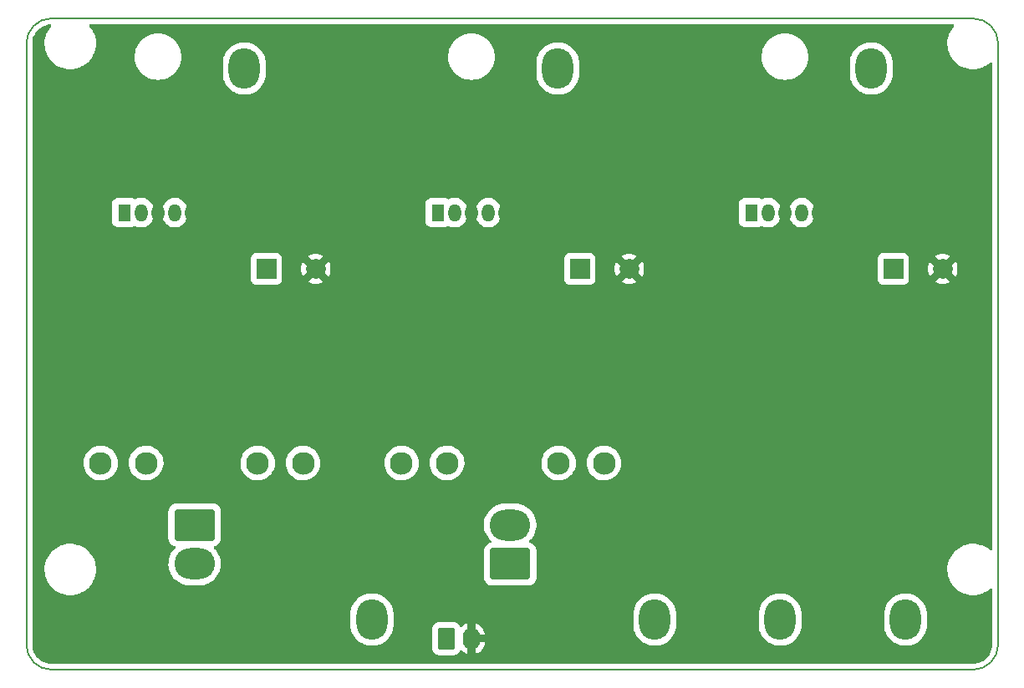
<source format=gbr>
G04 #@! TF.GenerationSoftware,KiCad,Pcbnew,6.0.4-6f826c9f35~116~ubuntu21.10.1*
G04 #@! TF.CreationDate,2022-04-21T21:11:02+02:00*
G04 #@! TF.ProjectId,Carte_Alim,43617274-655f-4416-9c69-6d2e6b696361,rev?*
G04 #@! TF.SameCoordinates,Original*
G04 #@! TF.FileFunction,Copper,L2,Bot*
G04 #@! TF.FilePolarity,Positive*
%FSLAX46Y46*%
G04 Gerber Fmt 4.6, Leading zero omitted, Abs format (unit mm)*
G04 Created by KiCad (PCBNEW 6.0.4-6f826c9f35~116~ubuntu21.10.1) date 2022-04-21 21:11:02*
%MOMM*%
%LPD*%
G01*
G04 APERTURE LIST*
G04 Aperture macros list*
%AMRoundRect*
0 Rectangle with rounded corners*
0 $1 Rounding radius*
0 $2 $3 $4 $5 $6 $7 $8 $9 X,Y pos of 4 corners*
0 Add a 4 corners polygon primitive as box body*
4,1,4,$2,$3,$4,$5,$6,$7,$8,$9,$2,$3,0*
0 Add four circle primitives for the rounded corners*
1,1,$1+$1,$2,$3*
1,1,$1+$1,$4,$5*
1,1,$1+$1,$6,$7*
1,1,$1+$1,$8,$9*
0 Add four rect primitives between the rounded corners*
20,1,$1+$1,$2,$3,$4,$5,0*
20,1,$1+$1,$4,$5,$6,$7,0*
20,1,$1+$1,$6,$7,$8,$9,0*
20,1,$1+$1,$8,$9,$2,$3,0*%
G04 Aperture macros list end*
G04 #@! TA.AperFunction,Profile*
%ADD10C,0.150000*%
G04 #@! TD*
G04 #@! TA.AperFunction,ComponentPad*
%ADD11RoundRect,0.250000X-0.620000X-0.845000X0.620000X-0.845000X0.620000X0.845000X-0.620000X0.845000X0*%
G04 #@! TD*
G04 #@! TA.AperFunction,ComponentPad*
%ADD12O,1.740000X2.190000*%
G04 #@! TD*
G04 #@! TA.AperFunction,ComponentPad*
%ADD13RoundRect,0.250000X-1.330000X-1.800000X1.330000X-1.800000X1.330000X1.800000X-1.330000X1.800000X0*%
G04 #@! TD*
G04 #@! TA.AperFunction,ComponentPad*
%ADD14O,3.160000X4.100000*%
G04 #@! TD*
G04 #@! TA.AperFunction,ComponentPad*
%ADD15R,1.275000X1.800000*%
G04 #@! TD*
G04 #@! TA.AperFunction,ComponentPad*
%ADD16O,1.275000X1.800000*%
G04 #@! TD*
G04 #@! TA.AperFunction,ComponentPad*
%ADD17C,2.300000*%
G04 #@! TD*
G04 #@! TA.AperFunction,ComponentPad*
%ADD18RoundRect,0.250000X-1.800000X1.330000X-1.800000X-1.330000X1.800000X-1.330000X1.800000X1.330000X0*%
G04 #@! TD*
G04 #@! TA.AperFunction,ComponentPad*
%ADD19O,4.100000X3.160000*%
G04 #@! TD*
G04 #@! TA.AperFunction,ComponentPad*
%ADD20R,2.000000X2.000000*%
G04 #@! TD*
G04 #@! TA.AperFunction,ComponentPad*
%ADD21C,2.000000*%
G04 #@! TD*
G04 #@! TA.AperFunction,ComponentPad*
%ADD22RoundRect,0.250000X1.800000X-1.330000X1.800000X1.330000X-1.800000X1.330000X-1.800000X-1.330000X0*%
G04 #@! TD*
G04 #@! TA.AperFunction,ComponentPad*
%ADD23RoundRect,0.250000X1.330000X1.800000X-1.330000X1.800000X-1.330000X-1.800000X1.330000X-1.800000X0*%
G04 #@! TD*
G04 #@! TA.AperFunction,ViaPad*
%ADD24C,1.600000*%
G04 #@! TD*
G04 APERTURE END LIST*
D10*
X183514999Y-130175001D02*
X183514999Y-69215001D01*
X180975000Y-132715000D02*
G75*
G03*
X183515000Y-130175000I0J2540000D01*
G01*
X180975000Y-66675000D02*
X87630000Y-66675000D01*
X87630000Y-132715000D02*
X180975000Y-132715000D01*
X183515000Y-69215000D02*
G75*
G03*
X180975000Y-66675000I-2540000J0D01*
G01*
X85090000Y-69215000D02*
X85090000Y-130175000D01*
X87630000Y-66675000D02*
G75*
G03*
X85090000Y-69215000I0J-2540000D01*
G01*
X85090000Y-130175000D02*
G75*
G03*
X87630000Y-132715000I2540000J0D01*
G01*
D11*
X127635000Y-129560000D03*
D12*
X130175000Y-129560000D03*
D13*
X170180000Y-127635000D03*
D14*
X174140000Y-127635000D03*
D15*
X95025000Y-86360000D03*
D16*
X96725000Y-86360000D03*
X98425000Y-86360000D03*
X100125000Y-86360000D03*
X101825000Y-86360000D03*
D13*
X144780000Y-127635000D03*
D14*
X148740000Y-127635000D03*
D17*
X97220000Y-111760000D03*
X92620000Y-111760000D03*
X113120000Y-111760000D03*
X108520000Y-111760000D03*
D13*
X116130000Y-127635000D03*
D14*
X120090000Y-127635000D03*
D15*
X126775000Y-86360000D03*
D16*
X128475000Y-86360000D03*
X130175000Y-86360000D03*
X131875000Y-86360000D03*
X133575000Y-86360000D03*
D18*
X102130000Y-118035000D03*
D19*
X102130000Y-121995000D03*
D17*
X143600000Y-111760000D03*
X139000000Y-111760000D03*
X123100000Y-111760000D03*
X127700000Y-111760000D03*
D20*
X172892323Y-92075000D03*
D21*
X177892323Y-92075000D03*
D15*
X158525000Y-86360000D03*
D16*
X160225000Y-86360000D03*
X161925000Y-86360000D03*
X163625000Y-86360000D03*
X165325000Y-86360000D03*
D22*
X134090000Y-121995000D03*
D19*
X134090000Y-118035000D03*
D20*
X141142323Y-92075000D03*
D21*
X146142323Y-92075000D03*
D20*
X109392323Y-92075000D03*
D21*
X114392323Y-92075000D03*
D23*
X174625000Y-71755000D03*
D14*
X170665000Y-71755000D03*
D23*
X111125000Y-71755000D03*
D14*
X107165000Y-71755000D03*
D13*
X157480000Y-127635000D03*
D14*
X161440000Y-127635000D03*
D23*
X142875000Y-71755000D03*
D14*
X138915000Y-71755000D03*
D24*
X118745000Y-76200000D03*
X140970000Y-128270000D03*
X161925000Y-80645000D03*
X126365000Y-78740000D03*
X113665000Y-96520000D03*
X90805000Y-76200000D03*
X165735000Y-80645000D03*
X128270000Y-74930000D03*
X179070000Y-94615000D03*
X163830000Y-80645000D03*
X147320000Y-85725000D03*
X95250000Y-126365000D03*
X163830000Y-78740000D03*
X132080000Y-74930000D03*
X130175000Y-76835000D03*
X163830000Y-76835000D03*
X177165000Y-96520000D03*
X179070000Y-87630000D03*
X96520000Y-78740000D03*
X95250000Y-124460000D03*
X130175000Y-80645000D03*
X132080000Y-78740000D03*
X100330000Y-80645000D03*
X102235000Y-74930000D03*
X98425000Y-80645000D03*
X86995000Y-76200000D03*
X94615000Y-76835000D03*
X113665000Y-94615000D03*
X115570000Y-87630000D03*
X133985000Y-78740000D03*
X147320000Y-87630000D03*
X126365000Y-80645000D03*
X128270000Y-78740000D03*
X158115000Y-80645000D03*
X100330000Y-76835000D03*
X120650000Y-74295000D03*
X160020000Y-74930000D03*
X88900000Y-76200000D03*
X160020000Y-80645000D03*
X102235000Y-78740000D03*
X118745000Y-74295000D03*
X152400000Y-76200000D03*
X88900000Y-74295000D03*
X100330000Y-74930000D03*
X150495000Y-76200000D03*
X102235000Y-80645000D03*
X140970000Y-126365000D03*
X179070000Y-96520000D03*
X126365000Y-74930000D03*
X96520000Y-74930000D03*
X152400000Y-74295000D03*
X165735000Y-78740000D03*
X113665000Y-89535000D03*
X145415000Y-85725000D03*
X133985000Y-76835000D03*
X179070000Y-85725000D03*
X128270000Y-80645000D03*
X102235000Y-76835000D03*
X147320000Y-94615000D03*
X122555000Y-74295000D03*
X147320000Y-98425000D03*
X90805000Y-74295000D03*
X132080000Y-76835000D03*
X145415000Y-87630000D03*
X96520000Y-80645000D03*
X96520000Y-76835000D03*
X161925000Y-78740000D03*
X154305000Y-74295000D03*
X130175000Y-74930000D03*
X179070000Y-89535000D03*
X115570000Y-96520000D03*
X115570000Y-94615000D03*
X147320000Y-89535000D03*
X115570000Y-85725000D03*
X179070000Y-98425000D03*
X145415000Y-98425000D03*
X145415000Y-96520000D03*
X115570000Y-89535000D03*
X133985000Y-74930000D03*
X86995000Y-74295000D03*
X177165000Y-89535000D03*
X160020000Y-76835000D03*
X154305000Y-76200000D03*
X177165000Y-94615000D03*
X94615000Y-74930000D03*
X113665000Y-87630000D03*
X113665000Y-85725000D03*
X150495000Y-74295000D03*
X120650000Y-76200000D03*
X158115000Y-76835000D03*
X147320000Y-96520000D03*
X94615000Y-80645000D03*
X126365000Y-76835000D03*
X145415000Y-94615000D03*
X161925000Y-74930000D03*
X160020000Y-78740000D03*
X140970000Y-124460000D03*
X98425000Y-74930000D03*
X177165000Y-98425000D03*
X128270000Y-76835000D03*
X115570000Y-98425000D03*
X132080000Y-80645000D03*
X133985000Y-80645000D03*
X158115000Y-74930000D03*
X94615000Y-78740000D03*
X145415000Y-89535000D03*
X165735000Y-74930000D03*
X130175000Y-78740000D03*
X165735000Y-76835000D03*
X98425000Y-78740000D03*
X177165000Y-87630000D03*
X95250000Y-128270000D03*
X113665000Y-98425000D03*
X122555000Y-76200000D03*
X158115000Y-78740000D03*
X98425000Y-76835000D03*
X177165000Y-85725000D03*
X163830000Y-74930000D03*
X100330000Y-78740000D03*
X161925000Y-76835000D03*
G04 #@! TA.AperFunction,Conductor*
G36*
X179002486Y-67295502D02*
G01*
X179048979Y-67349158D01*
X179059083Y-67419432D01*
X179029589Y-67484012D01*
X179024233Y-67489816D01*
X179014613Y-67499606D01*
X179008648Y-67505676D01*
X179006307Y-67508727D01*
X179006306Y-67508728D01*
X178817326Y-67755011D01*
X178817321Y-67755019D01*
X178814991Y-67758055D01*
X178813042Y-67761364D01*
X178655924Y-68028097D01*
X178653534Y-68032154D01*
X178526685Y-68323886D01*
X178525591Y-68327580D01*
X178525589Y-68327585D01*
X178486206Y-68460542D01*
X178436335Y-68628903D01*
X178383831Y-68942657D01*
X178369955Y-69260471D01*
X178394914Y-69577607D01*
X178458336Y-69889338D01*
X178559276Y-70191016D01*
X178560925Y-70194474D01*
X178560927Y-70194478D01*
X178694576Y-70474678D01*
X178696229Y-70478143D01*
X178867153Y-70746440D01*
X179069500Y-70991907D01*
X179300254Y-71210884D01*
X179555975Y-71400108D01*
X179657452Y-71457521D01*
X179829492Y-71554857D01*
X179829496Y-71554859D01*
X179832849Y-71556756D01*
X180126751Y-71678494D01*
X180228083Y-71706596D01*
X180429582Y-71762477D01*
X180429590Y-71762479D01*
X180433298Y-71763507D01*
X180747921Y-71810528D01*
X180751219Y-71810672D01*
X180860427Y-71815440D01*
X180860432Y-71815440D01*
X180861804Y-71815500D01*
X181055799Y-71815500D01*
X181292524Y-71801021D01*
X181296307Y-71800320D01*
X181296314Y-71800319D01*
X181494931Y-71763507D01*
X181605313Y-71743049D01*
X181814732Y-71677020D01*
X181905035Y-71648548D01*
X181905038Y-71648547D01*
X181908707Y-71647390D01*
X181912204Y-71645796D01*
X181912210Y-71645794D01*
X182194673Y-71517068D01*
X182194677Y-71517066D01*
X182198181Y-71515469D01*
X182280335Y-71465125D01*
X182466142Y-71351262D01*
X182466145Y-71351260D01*
X182469420Y-71349253D01*
X182472424Y-71346863D01*
X182472429Y-71346860D01*
X182658443Y-71198898D01*
X182710063Y-71157838D01*
X182775826Y-71131086D01*
X182845613Y-71144135D01*
X182897267Y-71192842D01*
X182914499Y-71256447D01*
X182914499Y-120517084D01*
X182894497Y-120585205D01*
X182840841Y-120631698D01*
X182770567Y-120641802D01*
X182701766Y-120608481D01*
X182683802Y-120591434D01*
X182649746Y-120559116D01*
X182394025Y-120369892D01*
X182247822Y-120287174D01*
X182120508Y-120215143D01*
X182120504Y-120215141D01*
X182117151Y-120213244D01*
X182112608Y-120211362D01*
X181902194Y-120124206D01*
X181823249Y-120091506D01*
X181694443Y-120055785D01*
X181520418Y-120007523D01*
X181520410Y-120007521D01*
X181516702Y-120006493D01*
X181202079Y-119959472D01*
X181198781Y-119959328D01*
X181089573Y-119954560D01*
X181089568Y-119954560D01*
X181088196Y-119954500D01*
X180894201Y-119954500D01*
X180657476Y-119968979D01*
X180653693Y-119969680D01*
X180653686Y-119969681D01*
X180501082Y-119997965D01*
X180344687Y-120026951D01*
X180171824Y-120081454D01*
X180044965Y-120121452D01*
X180044962Y-120121453D01*
X180041293Y-120122610D01*
X180037796Y-120124204D01*
X180037790Y-120124206D01*
X179755327Y-120252932D01*
X179755323Y-120252934D01*
X179751819Y-120254531D01*
X179748540Y-120256541D01*
X179748537Y-120256542D01*
X179510301Y-120402534D01*
X179480580Y-120420747D01*
X179477576Y-120423137D01*
X179477571Y-120423140D01*
X179273827Y-120585205D01*
X179231619Y-120618779D01*
X179228927Y-120621518D01*
X179228923Y-120621522D01*
X179208994Y-120641802D01*
X179008648Y-120845676D01*
X179006307Y-120848727D01*
X179006306Y-120848728D01*
X178817326Y-121095011D01*
X178817321Y-121095019D01*
X178814991Y-121098055D01*
X178813042Y-121101364D01*
X178698792Y-121295322D01*
X178653534Y-121372154D01*
X178526685Y-121663886D01*
X178436335Y-121968903D01*
X178383831Y-122282657D01*
X178369955Y-122600471D01*
X178394914Y-122917607D01*
X178458336Y-123229338D01*
X178559276Y-123531016D01*
X178560925Y-123534474D01*
X178560927Y-123534478D01*
X178637964Y-123695989D01*
X178696229Y-123818143D01*
X178867153Y-124086440D01*
X178869596Y-124089403D01*
X178869597Y-124089405D01*
X178878399Y-124100083D01*
X179069500Y-124331907D01*
X179300254Y-124550884D01*
X179555975Y-124740108D01*
X179694412Y-124818432D01*
X179829492Y-124894857D01*
X179829496Y-124894859D01*
X179832849Y-124896756D01*
X180126751Y-125018494D01*
X180228083Y-125046596D01*
X180429582Y-125102477D01*
X180429590Y-125102479D01*
X180433298Y-125103507D01*
X180747921Y-125150528D01*
X180751219Y-125150672D01*
X180860427Y-125155440D01*
X180860432Y-125155440D01*
X180861804Y-125155500D01*
X181055799Y-125155500D01*
X181292524Y-125141021D01*
X181296307Y-125140320D01*
X181296314Y-125140319D01*
X181458053Y-125110342D01*
X181605313Y-125083049D01*
X181814732Y-125017020D01*
X181905035Y-124988548D01*
X181905038Y-124988547D01*
X181908707Y-124987390D01*
X181912204Y-124985796D01*
X181912210Y-124985794D01*
X182194673Y-124857068D01*
X182194677Y-124857066D01*
X182198181Y-124855469D01*
X182383334Y-124742007D01*
X182466142Y-124691262D01*
X182466145Y-124691260D01*
X182469420Y-124689253D01*
X182472424Y-124686863D01*
X182472429Y-124686860D01*
X182710062Y-124497838D01*
X182775826Y-124471086D01*
X182845613Y-124484135D01*
X182897267Y-124532842D01*
X182914499Y-124596447D01*
X182914499Y-130127388D01*
X182913421Y-130143834D01*
X182909318Y-130175000D01*
X182910396Y-130183187D01*
X182910396Y-130183188D01*
X182911158Y-130188975D01*
X182911966Y-130213664D01*
X182898447Y-130419914D01*
X182896296Y-130436254D01*
X182850024Y-130668882D01*
X182845760Y-130684795D01*
X182782469Y-130871245D01*
X182769519Y-130909394D01*
X182763212Y-130924620D01*
X182658309Y-131137342D01*
X182650068Y-131151616D01*
X182518296Y-131348828D01*
X182508263Y-131361903D01*
X182351873Y-131540232D01*
X182340232Y-131551873D01*
X182161903Y-131708263D01*
X182148828Y-131718296D01*
X181951616Y-131850068D01*
X181937342Y-131858309D01*
X181724620Y-131963212D01*
X181709396Y-131969518D01*
X181484795Y-132045760D01*
X181468885Y-132050023D01*
X181352568Y-132073160D01*
X181236254Y-132096296D01*
X181219914Y-132098447D01*
X181013664Y-132111966D01*
X180988975Y-132111158D01*
X180983188Y-132110396D01*
X180983187Y-132110396D01*
X180975000Y-132109318D01*
X180966812Y-132110396D01*
X180943827Y-132113422D01*
X180927381Y-132114500D01*
X87677619Y-132114500D01*
X87661173Y-132113422D01*
X87638188Y-132110396D01*
X87630000Y-132109318D01*
X87621813Y-132110396D01*
X87621812Y-132110396D01*
X87616025Y-132111158D01*
X87591336Y-132111966D01*
X87385086Y-132098447D01*
X87368746Y-132096296D01*
X87252432Y-132073160D01*
X87136115Y-132050023D01*
X87120205Y-132045760D01*
X86895604Y-131969518D01*
X86880380Y-131963212D01*
X86667658Y-131858309D01*
X86653384Y-131850068D01*
X86456172Y-131718296D01*
X86443097Y-131708263D01*
X86264768Y-131551873D01*
X86253127Y-131540232D01*
X86096737Y-131361903D01*
X86086704Y-131348828D01*
X85954932Y-131151616D01*
X85946691Y-131137342D01*
X85841788Y-130924620D01*
X85835481Y-130909394D01*
X85822531Y-130871245D01*
X85759240Y-130684795D01*
X85754976Y-130668882D01*
X85717120Y-130478566D01*
X126164500Y-130478566D01*
X126167400Y-130521107D01*
X126212105Y-130700408D01*
X126215136Y-130706515D01*
X126215138Y-130706519D01*
X126238965Y-130754517D01*
X126294269Y-130865926D01*
X126410060Y-131009940D01*
X126554074Y-131125731D01*
X126606219Y-131151616D01*
X126713481Y-131204862D01*
X126713485Y-131204864D01*
X126719592Y-131207895D01*
X126726214Y-131209546D01*
X126893497Y-131251255D01*
X126893501Y-131251256D01*
X126898893Y-131252600D01*
X126915706Y-131253746D01*
X126939286Y-131255354D01*
X126939299Y-131255354D01*
X126941434Y-131255500D01*
X128328566Y-131255500D01*
X128330701Y-131255354D01*
X128330714Y-131255354D01*
X128354294Y-131253746D01*
X128371107Y-131252600D01*
X128376499Y-131251256D01*
X128376503Y-131251255D01*
X128543786Y-131209546D01*
X128550408Y-131207895D01*
X128556515Y-131204864D01*
X128556519Y-131204862D01*
X128663781Y-131151616D01*
X128715926Y-131125731D01*
X128859940Y-131009940D01*
X128975731Y-130865926D01*
X129007349Y-130802232D01*
X129055554Y-130750108D01*
X129124286Y-130732321D01*
X129191724Y-130754517D01*
X129211379Y-130771284D01*
X129254918Y-130816925D01*
X129262892Y-130823979D01*
X129441952Y-130957203D01*
X129450982Y-130962802D01*
X129649934Y-131063954D01*
X129659787Y-131067955D01*
X129757698Y-131098357D01*
X129771799Y-131098576D01*
X129775000Y-131091844D01*
X129775000Y-131090515D01*
X130575000Y-131090515D01*
X130578973Y-131104046D01*
X130584570Y-131104850D01*
X130784961Y-131025712D01*
X130794483Y-131020985D01*
X130985285Y-130905204D01*
X130993878Y-130898938D01*
X131162441Y-130752667D01*
X131169861Y-130745036D01*
X131311368Y-130572458D01*
X131317393Y-130563691D01*
X131427797Y-130369738D01*
X131432262Y-130360074D01*
X131508410Y-130150289D01*
X131511181Y-130140021D01*
X131540511Y-129977826D01*
X131539093Y-129964587D01*
X131524454Y-129960000D01*
X130593115Y-129960000D01*
X130577876Y-129964475D01*
X130576671Y-129965865D01*
X130575000Y-129973548D01*
X130575000Y-131090515D01*
X129775000Y-131090515D01*
X129775000Y-129141885D01*
X130575000Y-129141885D01*
X130579475Y-129157124D01*
X130580865Y-129158329D01*
X130588548Y-129160000D01*
X131525018Y-129160000D01*
X131539696Y-129155690D01*
X131541759Y-129143807D01*
X131538661Y-129107293D01*
X131536871Y-129096821D01*
X131480802Y-128880798D01*
X131477266Y-128870758D01*
X131385601Y-128667268D01*
X131380432Y-128657982D01*
X131255790Y-128472845D01*
X131249129Y-128464559D01*
X131095076Y-128303070D01*
X131087108Y-128296021D01*
X130930818Y-128179738D01*
X146559500Y-128179738D01*
X146559646Y-128181874D01*
X146559646Y-128181885D01*
X146573459Y-128384497D01*
X146574626Y-128401619D01*
X146575495Y-128405814D01*
X146575495Y-128405816D01*
X146579719Y-128426214D01*
X146634917Y-128692750D01*
X146734160Y-128973004D01*
X146870520Y-129237197D01*
X147041474Y-129480440D01*
X147243857Y-129698230D01*
X147473926Y-129886539D01*
X147727423Y-130041882D01*
X147731356Y-130043608D01*
X147731357Y-130043609D01*
X147922195Y-130127381D01*
X147999656Y-130161384D01*
X148003783Y-130162560D01*
X148003784Y-130162560D01*
X148281459Y-130241659D01*
X148281466Y-130241660D01*
X148285589Y-130242835D01*
X148289831Y-130243439D01*
X148289837Y-130243440D01*
X148505728Y-130274165D01*
X148579931Y-130284726D01*
X148736057Y-130285543D01*
X148872949Y-130286260D01*
X148872955Y-130286260D01*
X148877235Y-130286282D01*
X148881479Y-130285723D01*
X148881483Y-130285723D01*
X149011033Y-130268667D01*
X149171999Y-130247476D01*
X149193263Y-130241659D01*
X149227353Y-130232333D01*
X149458769Y-130169024D01*
X149517826Y-130143834D01*
X149728287Y-130054065D01*
X149728291Y-130054063D01*
X149732239Y-130052379D01*
X149863957Y-129973548D01*
X149983667Y-129901904D01*
X149983671Y-129901901D01*
X149987349Y-129899700D01*
X149990692Y-129897022D01*
X149990696Y-129897019D01*
X150104076Y-129806184D01*
X150219377Y-129713810D01*
X150222321Y-129710708D01*
X150222325Y-129710704D01*
X150421080Y-129501260D01*
X150421082Y-129501257D01*
X150424030Y-129498151D01*
X150597521Y-129256712D01*
X150736640Y-128993962D01*
X150838813Y-128714762D01*
X150902149Y-128424278D01*
X150906071Y-128374443D01*
X150920307Y-128193559D01*
X150920307Y-128193550D01*
X150920500Y-128191102D01*
X150920500Y-128179738D01*
X159259500Y-128179738D01*
X159259646Y-128181874D01*
X159259646Y-128181885D01*
X159273459Y-128384497D01*
X159274626Y-128401619D01*
X159275495Y-128405814D01*
X159275495Y-128405816D01*
X159279719Y-128426214D01*
X159334917Y-128692750D01*
X159434160Y-128973004D01*
X159570520Y-129237197D01*
X159741474Y-129480440D01*
X159943857Y-129698230D01*
X160173926Y-129886539D01*
X160427423Y-130041882D01*
X160431356Y-130043608D01*
X160431357Y-130043609D01*
X160622195Y-130127381D01*
X160699656Y-130161384D01*
X160703783Y-130162560D01*
X160703784Y-130162560D01*
X160981459Y-130241659D01*
X160981466Y-130241660D01*
X160985589Y-130242835D01*
X160989831Y-130243439D01*
X160989837Y-130243440D01*
X161205728Y-130274165D01*
X161279931Y-130284726D01*
X161436057Y-130285543D01*
X161572949Y-130286260D01*
X161572955Y-130286260D01*
X161577235Y-130286282D01*
X161581479Y-130285723D01*
X161581483Y-130285723D01*
X161711033Y-130268667D01*
X161871999Y-130247476D01*
X161893263Y-130241659D01*
X161927353Y-130232333D01*
X162158769Y-130169024D01*
X162217826Y-130143834D01*
X162428287Y-130054065D01*
X162428291Y-130054063D01*
X162432239Y-130052379D01*
X162563957Y-129973548D01*
X162683667Y-129901904D01*
X162683671Y-129901901D01*
X162687349Y-129899700D01*
X162690692Y-129897022D01*
X162690696Y-129897019D01*
X162804076Y-129806184D01*
X162919377Y-129713810D01*
X162922321Y-129710708D01*
X162922325Y-129710704D01*
X163121080Y-129501260D01*
X163121082Y-129501257D01*
X163124030Y-129498151D01*
X163297521Y-129256712D01*
X163436640Y-128993962D01*
X163538813Y-128714762D01*
X163602149Y-128424278D01*
X163606071Y-128374443D01*
X163620307Y-128193559D01*
X163620307Y-128193550D01*
X163620500Y-128191102D01*
X163620500Y-128179738D01*
X171959500Y-128179738D01*
X171959646Y-128181874D01*
X171959646Y-128181885D01*
X171973459Y-128384497D01*
X171974626Y-128401619D01*
X171975495Y-128405814D01*
X171975495Y-128405816D01*
X171979719Y-128426214D01*
X172034917Y-128692750D01*
X172134160Y-128973004D01*
X172270520Y-129237197D01*
X172441474Y-129480440D01*
X172643857Y-129698230D01*
X172873926Y-129886539D01*
X173127423Y-130041882D01*
X173131356Y-130043608D01*
X173131357Y-130043609D01*
X173322195Y-130127381D01*
X173399656Y-130161384D01*
X173403783Y-130162560D01*
X173403784Y-130162560D01*
X173681459Y-130241659D01*
X173681466Y-130241660D01*
X173685589Y-130242835D01*
X173689831Y-130243439D01*
X173689837Y-130243440D01*
X173905728Y-130274165D01*
X173979931Y-130284726D01*
X174136057Y-130285543D01*
X174272949Y-130286260D01*
X174272955Y-130286260D01*
X174277235Y-130286282D01*
X174281479Y-130285723D01*
X174281483Y-130285723D01*
X174411033Y-130268667D01*
X174571999Y-130247476D01*
X174593263Y-130241659D01*
X174627353Y-130232333D01*
X174858769Y-130169024D01*
X174917826Y-130143834D01*
X175128287Y-130054065D01*
X175128291Y-130054063D01*
X175132239Y-130052379D01*
X175263957Y-129973548D01*
X175383667Y-129901904D01*
X175383671Y-129901901D01*
X175387349Y-129899700D01*
X175390692Y-129897022D01*
X175390696Y-129897019D01*
X175504076Y-129806184D01*
X175619377Y-129713810D01*
X175622321Y-129710708D01*
X175622325Y-129710704D01*
X175821080Y-129501260D01*
X175821082Y-129501257D01*
X175824030Y-129498151D01*
X175997521Y-129256712D01*
X176136640Y-128993962D01*
X176238813Y-128714762D01*
X176302149Y-128424278D01*
X176306071Y-128374443D01*
X176320307Y-128193559D01*
X176320307Y-128193550D01*
X176320500Y-128191102D01*
X176320500Y-127090262D01*
X176319894Y-127081368D01*
X176305666Y-126872658D01*
X176305665Y-126872652D01*
X176305374Y-126868381D01*
X176300682Y-126845722D01*
X176245952Y-126581447D01*
X176245083Y-126577250D01*
X176145840Y-126296996D01*
X176009480Y-126032803D01*
X175838526Y-125789560D01*
X175636143Y-125571770D01*
X175406074Y-125383461D01*
X175152577Y-125228118D01*
X175124824Y-125215935D01*
X174884276Y-125110342D01*
X174880344Y-125108616D01*
X174876216Y-125107440D01*
X174598541Y-125028341D01*
X174598534Y-125028340D01*
X174594411Y-125027165D01*
X174590169Y-125026561D01*
X174590163Y-125026560D01*
X174323073Y-124988548D01*
X174300069Y-124985274D01*
X174143943Y-124984457D01*
X174007051Y-124983740D01*
X174007045Y-124983740D01*
X174002765Y-124983718D01*
X173998521Y-124984277D01*
X173998517Y-124984277D01*
X173868967Y-125001333D01*
X173708001Y-125022524D01*
X173703861Y-125023657D01*
X173703859Y-125023657D01*
X173652647Y-125037667D01*
X173421231Y-125100976D01*
X173417283Y-125102660D01*
X173151713Y-125215935D01*
X173151709Y-125215937D01*
X173147761Y-125217621D01*
X173018997Y-125294684D01*
X172896333Y-125368096D01*
X172896329Y-125368099D01*
X172892651Y-125370300D01*
X172889308Y-125372978D01*
X172889304Y-125372981D01*
X172879018Y-125381222D01*
X172660623Y-125556190D01*
X172657679Y-125559292D01*
X172657675Y-125559296D01*
X172458920Y-125768740D01*
X172455970Y-125771849D01*
X172282479Y-126013288D01*
X172143360Y-126276038D01*
X172041187Y-126555238D01*
X171977851Y-126845722D01*
X171959500Y-127078898D01*
X171959500Y-128179738D01*
X163620500Y-128179738D01*
X163620500Y-127090262D01*
X163619894Y-127081368D01*
X163605666Y-126872658D01*
X163605665Y-126872652D01*
X163605374Y-126868381D01*
X163600682Y-126845722D01*
X163545952Y-126581447D01*
X163545083Y-126577250D01*
X163445840Y-126296996D01*
X163309480Y-126032803D01*
X163138526Y-125789560D01*
X162936143Y-125571770D01*
X162706074Y-125383461D01*
X162452577Y-125228118D01*
X162424824Y-125215935D01*
X162184276Y-125110342D01*
X162180344Y-125108616D01*
X162176216Y-125107440D01*
X161898541Y-125028341D01*
X161898534Y-125028340D01*
X161894411Y-125027165D01*
X161890169Y-125026561D01*
X161890163Y-125026560D01*
X161623073Y-124988548D01*
X161600069Y-124985274D01*
X161443943Y-124984457D01*
X161307051Y-124983740D01*
X161307045Y-124983740D01*
X161302765Y-124983718D01*
X161298521Y-124984277D01*
X161298517Y-124984277D01*
X161168967Y-125001333D01*
X161008001Y-125022524D01*
X161003861Y-125023657D01*
X161003859Y-125023657D01*
X160952647Y-125037667D01*
X160721231Y-125100976D01*
X160717283Y-125102660D01*
X160451713Y-125215935D01*
X160451709Y-125215937D01*
X160447761Y-125217621D01*
X160318997Y-125294684D01*
X160196333Y-125368096D01*
X160196329Y-125368099D01*
X160192651Y-125370300D01*
X160189308Y-125372978D01*
X160189304Y-125372981D01*
X160179018Y-125381222D01*
X159960623Y-125556190D01*
X159957679Y-125559292D01*
X159957675Y-125559296D01*
X159758920Y-125768740D01*
X159755970Y-125771849D01*
X159582479Y-126013288D01*
X159443360Y-126276038D01*
X159341187Y-126555238D01*
X159277851Y-126845722D01*
X159259500Y-127078898D01*
X159259500Y-128179738D01*
X150920500Y-128179738D01*
X150920500Y-127090262D01*
X150919894Y-127081368D01*
X150905666Y-126872658D01*
X150905665Y-126872652D01*
X150905374Y-126868381D01*
X150900682Y-126845722D01*
X150845952Y-126581447D01*
X150845083Y-126577250D01*
X150745840Y-126296996D01*
X150609480Y-126032803D01*
X150438526Y-125789560D01*
X150236143Y-125571770D01*
X150006074Y-125383461D01*
X149752577Y-125228118D01*
X149724824Y-125215935D01*
X149484276Y-125110342D01*
X149480344Y-125108616D01*
X149476216Y-125107440D01*
X149198541Y-125028341D01*
X149198534Y-125028340D01*
X149194411Y-125027165D01*
X149190169Y-125026561D01*
X149190163Y-125026560D01*
X148923073Y-124988548D01*
X148900069Y-124985274D01*
X148743943Y-124984457D01*
X148607051Y-124983740D01*
X148607045Y-124983740D01*
X148602765Y-124983718D01*
X148598521Y-124984277D01*
X148598517Y-124984277D01*
X148468967Y-125001333D01*
X148308001Y-125022524D01*
X148303861Y-125023657D01*
X148303859Y-125023657D01*
X148252647Y-125037667D01*
X148021231Y-125100976D01*
X148017283Y-125102660D01*
X147751713Y-125215935D01*
X147751709Y-125215937D01*
X147747761Y-125217621D01*
X147618997Y-125294684D01*
X147496333Y-125368096D01*
X147496329Y-125368099D01*
X147492651Y-125370300D01*
X147489308Y-125372978D01*
X147489304Y-125372981D01*
X147479018Y-125381222D01*
X147260623Y-125556190D01*
X147257679Y-125559292D01*
X147257675Y-125559296D01*
X147058920Y-125768740D01*
X147055970Y-125771849D01*
X146882479Y-126013288D01*
X146743360Y-126276038D01*
X146641187Y-126555238D01*
X146577851Y-126845722D01*
X146559500Y-127078898D01*
X146559500Y-128179738D01*
X130930818Y-128179738D01*
X130908048Y-128162797D01*
X130899018Y-128157198D01*
X130700066Y-128056046D01*
X130690213Y-128052045D01*
X130592302Y-128021643D01*
X130578201Y-128021424D01*
X130575000Y-128028156D01*
X130575000Y-129141885D01*
X129775000Y-129141885D01*
X129775000Y-128029485D01*
X129771027Y-128015954D01*
X129765430Y-128015150D01*
X129565039Y-128094288D01*
X129555517Y-128099015D01*
X129364715Y-128214796D01*
X129356122Y-128221062D01*
X129201820Y-128354958D01*
X129137260Y-128384497D01*
X129066979Y-128374443D01*
X129013291Y-128327988D01*
X129006380Y-128315816D01*
X129000053Y-128303070D01*
X128975731Y-128254074D01*
X128859940Y-128110060D01*
X128715926Y-127994269D01*
X128633167Y-127953187D01*
X128556519Y-127915138D01*
X128556515Y-127915136D01*
X128550408Y-127912105D01*
X128521397Y-127904872D01*
X128376503Y-127868745D01*
X128376499Y-127868744D01*
X128371107Y-127867400D01*
X128354294Y-127866254D01*
X128330714Y-127864646D01*
X128330701Y-127864646D01*
X128328566Y-127864500D01*
X126941434Y-127864500D01*
X126939299Y-127864646D01*
X126939286Y-127864646D01*
X126915706Y-127866254D01*
X126898893Y-127867400D01*
X126893501Y-127868744D01*
X126893497Y-127868745D01*
X126748603Y-127904872D01*
X126719592Y-127912105D01*
X126713485Y-127915136D01*
X126713481Y-127915138D01*
X126636833Y-127953187D01*
X126554074Y-127994269D01*
X126410060Y-128110060D01*
X126294269Y-128254074D01*
X126269947Y-128303070D01*
X126215138Y-128413481D01*
X126215136Y-128413485D01*
X126212105Y-128419592D01*
X126167400Y-128598893D01*
X126164500Y-128641434D01*
X126164500Y-130478566D01*
X85717120Y-130478566D01*
X85708704Y-130436254D01*
X85706553Y-130419914D01*
X85693034Y-130213664D01*
X85693842Y-130188975D01*
X85694604Y-130183188D01*
X85694604Y-130183187D01*
X85695682Y-130175000D01*
X85691578Y-130143827D01*
X85690500Y-130127381D01*
X85690500Y-128179738D01*
X117909500Y-128179738D01*
X117909646Y-128181874D01*
X117909646Y-128181885D01*
X117923459Y-128384497D01*
X117924626Y-128401619D01*
X117925495Y-128405814D01*
X117925495Y-128405816D01*
X117929719Y-128426214D01*
X117984917Y-128692750D01*
X118084160Y-128973004D01*
X118220520Y-129237197D01*
X118391474Y-129480440D01*
X118593857Y-129698230D01*
X118823926Y-129886539D01*
X119077423Y-130041882D01*
X119081356Y-130043608D01*
X119081357Y-130043609D01*
X119272195Y-130127381D01*
X119349656Y-130161384D01*
X119353783Y-130162560D01*
X119353784Y-130162560D01*
X119631459Y-130241659D01*
X119631466Y-130241660D01*
X119635589Y-130242835D01*
X119639831Y-130243439D01*
X119639837Y-130243440D01*
X119855728Y-130274165D01*
X119929931Y-130284726D01*
X120086057Y-130285543D01*
X120222949Y-130286260D01*
X120222955Y-130286260D01*
X120227235Y-130286282D01*
X120231479Y-130285723D01*
X120231483Y-130285723D01*
X120361033Y-130268667D01*
X120521999Y-130247476D01*
X120543263Y-130241659D01*
X120577353Y-130232333D01*
X120808769Y-130169024D01*
X120867826Y-130143834D01*
X121078287Y-130054065D01*
X121078291Y-130054063D01*
X121082239Y-130052379D01*
X121213957Y-129973548D01*
X121333667Y-129901904D01*
X121333671Y-129901901D01*
X121337349Y-129899700D01*
X121340692Y-129897022D01*
X121340696Y-129897019D01*
X121454076Y-129806184D01*
X121569377Y-129713810D01*
X121572321Y-129710708D01*
X121572325Y-129710704D01*
X121771080Y-129501260D01*
X121771082Y-129501257D01*
X121774030Y-129498151D01*
X121947521Y-129256712D01*
X122086640Y-128993962D01*
X122188813Y-128714762D01*
X122252149Y-128424278D01*
X122256071Y-128374443D01*
X122270307Y-128193559D01*
X122270307Y-128193550D01*
X122270500Y-128191102D01*
X122270500Y-127090262D01*
X122269894Y-127081368D01*
X122255666Y-126872658D01*
X122255665Y-126872652D01*
X122255374Y-126868381D01*
X122250682Y-126845722D01*
X122195952Y-126581447D01*
X122195083Y-126577250D01*
X122095840Y-126296996D01*
X121959480Y-126032803D01*
X121788526Y-125789560D01*
X121586143Y-125571770D01*
X121356074Y-125383461D01*
X121102577Y-125228118D01*
X121074824Y-125215935D01*
X120834276Y-125110342D01*
X120830344Y-125108616D01*
X120826216Y-125107440D01*
X120548541Y-125028341D01*
X120548534Y-125028340D01*
X120544411Y-125027165D01*
X120540169Y-125026561D01*
X120540163Y-125026560D01*
X120273073Y-124988548D01*
X120250069Y-124985274D01*
X120093943Y-124984457D01*
X119957051Y-124983740D01*
X119957045Y-124983740D01*
X119952765Y-124983718D01*
X119948521Y-124984277D01*
X119948517Y-124984277D01*
X119818967Y-125001333D01*
X119658001Y-125022524D01*
X119653861Y-125023657D01*
X119653859Y-125023657D01*
X119602647Y-125037667D01*
X119371231Y-125100976D01*
X119367283Y-125102660D01*
X119101713Y-125215935D01*
X119101709Y-125215937D01*
X119097761Y-125217621D01*
X118968997Y-125294684D01*
X118846333Y-125368096D01*
X118846329Y-125368099D01*
X118842651Y-125370300D01*
X118839308Y-125372978D01*
X118839304Y-125372981D01*
X118829018Y-125381222D01*
X118610623Y-125556190D01*
X118607679Y-125559292D01*
X118607675Y-125559296D01*
X118408920Y-125768740D01*
X118405970Y-125771849D01*
X118232479Y-126013288D01*
X118093360Y-126276038D01*
X117991187Y-126555238D01*
X117927851Y-126845722D01*
X117909500Y-127078898D01*
X117909500Y-128179738D01*
X85690500Y-128179738D01*
X85690500Y-122600471D01*
X86929955Y-122600471D01*
X86954914Y-122917607D01*
X87018336Y-123229338D01*
X87119276Y-123531016D01*
X87120925Y-123534474D01*
X87120927Y-123534478D01*
X87197964Y-123695989D01*
X87256229Y-123818143D01*
X87427153Y-124086440D01*
X87429596Y-124089403D01*
X87429597Y-124089405D01*
X87438399Y-124100083D01*
X87629500Y-124331907D01*
X87860254Y-124550884D01*
X88115975Y-124740108D01*
X88254412Y-124818432D01*
X88389492Y-124894857D01*
X88389496Y-124894859D01*
X88392849Y-124896756D01*
X88686751Y-125018494D01*
X88788083Y-125046596D01*
X88989582Y-125102477D01*
X88989590Y-125102479D01*
X88993298Y-125103507D01*
X89307921Y-125150528D01*
X89311219Y-125150672D01*
X89420427Y-125155440D01*
X89420432Y-125155440D01*
X89421804Y-125155500D01*
X89615799Y-125155500D01*
X89852524Y-125141021D01*
X89856307Y-125140320D01*
X89856314Y-125140319D01*
X90018053Y-125110342D01*
X90165313Y-125083049D01*
X90374732Y-125017020D01*
X90465035Y-124988548D01*
X90465038Y-124988547D01*
X90468707Y-124987390D01*
X90472204Y-124985796D01*
X90472210Y-124985794D01*
X90754673Y-124857068D01*
X90754677Y-124857066D01*
X90758181Y-124855469D01*
X90943334Y-124742007D01*
X91026142Y-124691262D01*
X91026145Y-124691260D01*
X91029420Y-124689253D01*
X91032424Y-124686863D01*
X91032429Y-124686860D01*
X91275370Y-124493616D01*
X91278381Y-124491221D01*
X91285345Y-124484135D01*
X91437850Y-124328944D01*
X91501352Y-124264324D01*
X91569657Y-124175307D01*
X91692674Y-124014989D01*
X91692679Y-124014981D01*
X91695009Y-124011945D01*
X91788917Y-123852521D01*
X91854513Y-123741162D01*
X91854515Y-123741159D01*
X91856466Y-123737846D01*
X91983315Y-123446114D01*
X91997400Y-123398566D01*
X92038126Y-123261074D01*
X92073665Y-123141097D01*
X92126169Y-122827343D01*
X92140045Y-122509529D01*
X92115086Y-122192393D01*
X92102847Y-122132235D01*
X99478718Y-122132235D01*
X99479277Y-122136479D01*
X99479277Y-122136483D01*
X99486142Y-122188624D01*
X99517524Y-122426999D01*
X99595976Y-122713769D01*
X99597660Y-122717717D01*
X99681285Y-122913772D01*
X99712621Y-122987239D01*
X99714828Y-122990926D01*
X99859695Y-123232983D01*
X99865300Y-123242349D01*
X99867978Y-123245692D01*
X99867981Y-123245696D01*
X99958816Y-123359076D01*
X100051190Y-123474377D01*
X100054292Y-123477321D01*
X100054296Y-123477325D01*
X100114523Y-123534478D01*
X100266849Y-123679030D01*
X100508288Y-123852521D01*
X100771038Y-123991640D01*
X100817482Y-124008636D01*
X101038193Y-124089405D01*
X101050238Y-124093813D01*
X101340722Y-124157149D01*
X101370658Y-124159505D01*
X101571441Y-124175307D01*
X101571450Y-124175307D01*
X101573898Y-124175500D01*
X102674738Y-124175500D01*
X102676874Y-124175354D01*
X102676885Y-124175354D01*
X102892342Y-124160666D01*
X102892348Y-124160665D01*
X102896619Y-124160374D01*
X102900814Y-124159505D01*
X102900816Y-124159505D01*
X103068098Y-124124862D01*
X103187750Y-124100083D01*
X103468004Y-124000840D01*
X103732197Y-123864480D01*
X103735698Y-123862019D01*
X103735702Y-123862017D01*
X103917396Y-123734320D01*
X103975440Y-123693526D01*
X104193230Y-123491143D01*
X104381539Y-123261074D01*
X104536882Y-123007577D01*
X104656384Y-122735344D01*
X104720710Y-122509529D01*
X104736659Y-122453541D01*
X104736660Y-122453534D01*
X104737835Y-122449411D01*
X104740436Y-122431141D01*
X104779121Y-122159319D01*
X104779726Y-122155069D01*
X104780543Y-121998943D01*
X104781260Y-121862051D01*
X104781260Y-121862045D01*
X104781282Y-121857765D01*
X104778842Y-121839226D01*
X104763667Y-121723967D01*
X104742476Y-121563001D01*
X104664024Y-121276231D01*
X104589437Y-121101364D01*
X104549065Y-121006713D01*
X104549063Y-121006709D01*
X104547379Y-121002761D01*
X104437603Y-120819337D01*
X104396904Y-120751333D01*
X104396901Y-120751329D01*
X104394700Y-120747651D01*
X104379699Y-120728926D01*
X104245777Y-120561765D01*
X104208810Y-120515623D01*
X104205708Y-120512679D01*
X104205704Y-120512675D01*
X104088672Y-120401616D01*
X104053028Y-120340216D01*
X104056237Y-120269292D01*
X104097282Y-120211362D01*
X104144922Y-120187963D01*
X104225408Y-120167895D01*
X104231515Y-120164864D01*
X104231519Y-120164862D01*
X104316634Y-120122610D01*
X104390926Y-120085731D01*
X104534940Y-119969940D01*
X104650731Y-119825926D01*
X104727044Y-119672195D01*
X104729862Y-119666519D01*
X104729864Y-119666515D01*
X104732895Y-119660408D01*
X104741108Y-119627466D01*
X104776255Y-119486503D01*
X104776256Y-119486499D01*
X104777600Y-119481107D01*
X104780500Y-119438566D01*
X104780500Y-118172235D01*
X131438718Y-118172235D01*
X131439277Y-118176479D01*
X131439277Y-118176483D01*
X131456333Y-118306033D01*
X131477524Y-118466999D01*
X131555976Y-118753769D01*
X131672621Y-119027239D01*
X131825300Y-119282349D01*
X131827978Y-119285692D01*
X131827981Y-119285696D01*
X131918816Y-119399076D01*
X132011190Y-119514377D01*
X132014292Y-119517321D01*
X132014296Y-119517325D01*
X132131328Y-119628384D01*
X132166972Y-119689784D01*
X132163763Y-119760708D01*
X132122718Y-119818638D01*
X132075078Y-119842037D01*
X131994592Y-119862105D01*
X131988485Y-119865136D01*
X131988481Y-119865138D01*
X131911833Y-119903187D01*
X131829074Y-119944269D01*
X131685060Y-120060060D01*
X131569269Y-120204074D01*
X131528187Y-120286833D01*
X131490138Y-120363481D01*
X131490136Y-120363485D01*
X131487105Y-120369592D01*
X131485454Y-120376214D01*
X131455604Y-120495936D01*
X131442400Y-120548893D01*
X131442022Y-120554441D01*
X131439925Y-120585205D01*
X131439500Y-120591434D01*
X131439500Y-123398566D01*
X131442400Y-123441107D01*
X131443744Y-123446499D01*
X131443745Y-123446503D01*
X131463909Y-123527376D01*
X131487105Y-123620408D01*
X131490136Y-123626515D01*
X131490138Y-123626519D01*
X131514741Y-123676080D01*
X131569269Y-123785926D01*
X131685060Y-123929940D01*
X131829074Y-124045731D01*
X131904547Y-124083196D01*
X131988481Y-124124862D01*
X131988485Y-124124864D01*
X131994592Y-124127895D01*
X132001214Y-124129546D01*
X132168497Y-124171255D01*
X132168501Y-124171256D01*
X132173893Y-124172600D01*
X132190706Y-124173746D01*
X132214286Y-124175354D01*
X132214299Y-124175354D01*
X132216434Y-124175500D01*
X135963566Y-124175500D01*
X135965701Y-124175354D01*
X135965714Y-124175354D01*
X135989294Y-124173746D01*
X136006107Y-124172600D01*
X136011499Y-124171256D01*
X136011503Y-124171255D01*
X136178786Y-124129546D01*
X136185408Y-124127895D01*
X136191515Y-124124864D01*
X136191519Y-124124862D01*
X136275453Y-124083196D01*
X136350926Y-124045731D01*
X136494940Y-123929940D01*
X136610731Y-123785926D01*
X136665259Y-123676080D01*
X136689862Y-123626519D01*
X136689864Y-123626515D01*
X136692895Y-123620408D01*
X136716091Y-123527376D01*
X136736255Y-123446503D01*
X136736256Y-123446499D01*
X136737600Y-123441107D01*
X136740500Y-123398566D01*
X136740500Y-120591434D01*
X136740076Y-120585205D01*
X136737978Y-120554441D01*
X136737600Y-120548893D01*
X136724397Y-120495936D01*
X136694546Y-120376214D01*
X136692895Y-120369592D01*
X136689864Y-120363485D01*
X136689862Y-120363481D01*
X136651813Y-120286833D01*
X136610731Y-120204074D01*
X136494940Y-120060060D01*
X136350926Y-119944269D01*
X136268167Y-119903187D01*
X136191519Y-119865138D01*
X136191515Y-119865136D01*
X136185408Y-119862105D01*
X136104862Y-119842023D01*
X136043605Y-119806136D01*
X136011473Y-119742826D01*
X136018670Y-119672195D01*
X136049574Y-119627466D01*
X136150087Y-119534064D01*
X136150090Y-119534061D01*
X136153230Y-119531143D01*
X136341539Y-119301074D01*
X136496882Y-119047577D01*
X136616384Y-118775344D01*
X136697835Y-118489411D01*
X136700436Y-118471141D01*
X136739121Y-118199319D01*
X136739726Y-118195069D01*
X136741282Y-117897765D01*
X136738842Y-117879226D01*
X136703036Y-117607257D01*
X136702476Y-117603001D01*
X136624024Y-117316231D01*
X136507379Y-117042761D01*
X136354700Y-116787651D01*
X136339699Y-116768926D01*
X136171487Y-116558965D01*
X136168810Y-116555623D01*
X136165708Y-116552679D01*
X136165704Y-116552675D01*
X135956260Y-116353920D01*
X135956257Y-116353918D01*
X135953151Y-116350970D01*
X135711712Y-116177479D01*
X135448962Y-116038360D01*
X135169762Y-115936187D01*
X134879278Y-115872851D01*
X134838300Y-115869626D01*
X134648559Y-115854693D01*
X134648550Y-115854693D01*
X134646102Y-115854500D01*
X133545262Y-115854500D01*
X133543126Y-115854646D01*
X133543115Y-115854646D01*
X133327658Y-115869334D01*
X133327652Y-115869335D01*
X133323381Y-115869626D01*
X133319186Y-115870495D01*
X133319184Y-115870495D01*
X133177816Y-115899771D01*
X133032250Y-115929917D01*
X132751996Y-116029160D01*
X132487803Y-116165520D01*
X132484302Y-116167981D01*
X132484298Y-116167983D01*
X132383600Y-116238755D01*
X132244560Y-116336474D01*
X132026770Y-116538857D01*
X131838461Y-116768926D01*
X131683118Y-117022423D01*
X131563616Y-117294656D01*
X131482165Y-117580589D01*
X131481561Y-117584831D01*
X131481560Y-117584837D01*
X131450835Y-117800728D01*
X131440274Y-117874931D01*
X131438718Y-118172235D01*
X104780500Y-118172235D01*
X104780500Y-116631434D01*
X104777600Y-116588893D01*
X104764397Y-116535936D01*
X104734546Y-116416214D01*
X104732895Y-116409592D01*
X104729864Y-116403485D01*
X104729862Y-116403481D01*
X104691813Y-116326833D01*
X104650731Y-116244074D01*
X104534940Y-116100060D01*
X104390926Y-115984269D01*
X104294066Y-115936187D01*
X104231519Y-115905138D01*
X104231515Y-115905136D01*
X104225408Y-115902105D01*
X104196397Y-115894872D01*
X104051503Y-115858745D01*
X104051499Y-115858744D01*
X104046107Y-115857400D01*
X104029294Y-115856254D01*
X104005714Y-115854646D01*
X104005701Y-115854646D01*
X104003566Y-115854500D01*
X100256434Y-115854500D01*
X100254299Y-115854646D01*
X100254286Y-115854646D01*
X100230706Y-115856254D01*
X100213893Y-115857400D01*
X100208501Y-115858744D01*
X100208497Y-115858745D01*
X100063603Y-115894872D01*
X100034592Y-115902105D01*
X100028485Y-115905136D01*
X100028481Y-115905138D01*
X99965934Y-115936187D01*
X99869074Y-115984269D01*
X99725060Y-116100060D01*
X99609269Y-116244074D01*
X99568187Y-116326833D01*
X99530138Y-116403481D01*
X99530136Y-116403485D01*
X99527105Y-116409592D01*
X99525454Y-116416214D01*
X99495604Y-116535936D01*
X99482400Y-116588893D01*
X99479500Y-116631434D01*
X99479500Y-119438566D01*
X99482400Y-119481107D01*
X99483744Y-119486499D01*
X99483745Y-119486503D01*
X99518892Y-119627466D01*
X99527105Y-119660408D01*
X99530136Y-119666515D01*
X99530138Y-119666519D01*
X99532956Y-119672195D01*
X99609269Y-119825926D01*
X99725060Y-119969940D01*
X99869074Y-120085731D01*
X99943366Y-120122610D01*
X100028481Y-120164862D01*
X100028485Y-120164864D01*
X100034592Y-120167895D01*
X100115138Y-120187977D01*
X100176395Y-120223864D01*
X100208527Y-120287174D01*
X100201330Y-120357805D01*
X100170426Y-120402534D01*
X100066770Y-120498857D01*
X99878461Y-120728926D01*
X99723118Y-120982423D01*
X99721392Y-120986356D01*
X99721391Y-120986357D01*
X99605342Y-121250724D01*
X99603616Y-121254656D01*
X99522165Y-121540589D01*
X99521561Y-121544831D01*
X99521560Y-121544837D01*
X99505120Y-121660352D01*
X99480274Y-121834931D01*
X99478718Y-122132235D01*
X92102847Y-122132235D01*
X92051664Y-121880662D01*
X91950724Y-121578984D01*
X91945131Y-121567257D01*
X91815424Y-121295322D01*
X91815422Y-121295318D01*
X91813771Y-121291857D01*
X91642847Y-121023560D01*
X91628960Y-121006713D01*
X91496211Y-120845676D01*
X91440500Y-120778093D01*
X91209746Y-120559116D01*
X90954025Y-120369892D01*
X90807822Y-120287174D01*
X90680508Y-120215143D01*
X90680504Y-120215141D01*
X90677151Y-120213244D01*
X90672608Y-120211362D01*
X90462194Y-120124206D01*
X90383249Y-120091506D01*
X90254443Y-120055785D01*
X90080418Y-120007523D01*
X90080410Y-120007521D01*
X90076702Y-120006493D01*
X89762079Y-119959472D01*
X89758781Y-119959328D01*
X89649573Y-119954560D01*
X89649568Y-119954560D01*
X89648196Y-119954500D01*
X89454201Y-119954500D01*
X89217476Y-119968979D01*
X89213693Y-119969680D01*
X89213686Y-119969681D01*
X89061082Y-119997965D01*
X88904687Y-120026951D01*
X88731824Y-120081454D01*
X88604965Y-120121452D01*
X88604962Y-120121453D01*
X88601293Y-120122610D01*
X88597796Y-120124204D01*
X88597790Y-120124206D01*
X88315327Y-120252932D01*
X88315323Y-120252934D01*
X88311819Y-120254531D01*
X88308540Y-120256541D01*
X88308537Y-120256542D01*
X88070301Y-120402534D01*
X88040580Y-120420747D01*
X88037576Y-120423137D01*
X88037571Y-120423140D01*
X87833827Y-120585205D01*
X87791619Y-120618779D01*
X87788927Y-120621518D01*
X87788923Y-120621522D01*
X87768994Y-120641802D01*
X87568648Y-120845676D01*
X87566307Y-120848727D01*
X87566306Y-120848728D01*
X87377326Y-121095011D01*
X87377321Y-121095019D01*
X87374991Y-121098055D01*
X87373042Y-121101364D01*
X87258792Y-121295322D01*
X87213534Y-121372154D01*
X87086685Y-121663886D01*
X86996335Y-121968903D01*
X86943831Y-122282657D01*
X86929955Y-122600471D01*
X85690500Y-122600471D01*
X85690500Y-111714049D01*
X90865194Y-111714049D01*
X90877677Y-111973930D01*
X90928435Y-112229112D01*
X91016355Y-112473989D01*
X91139504Y-112703180D01*
X91142299Y-112706923D01*
X91142301Y-112706926D01*
X91292385Y-112907913D01*
X91292390Y-112907919D01*
X91295177Y-112911651D01*
X91298486Y-112914931D01*
X91298491Y-112914937D01*
X91399503Y-113015071D01*
X91479954Y-113094823D01*
X91483716Y-113097581D01*
X91483719Y-113097584D01*
X91596332Y-113180155D01*
X91689775Y-113248670D01*
X91693910Y-113250846D01*
X91693914Y-113250848D01*
X91819774Y-113317066D01*
X91920033Y-113369815D01*
X92165667Y-113455594D01*
X92170260Y-113456466D01*
X92416693Y-113503253D01*
X92416696Y-113503253D01*
X92421282Y-113504124D01*
X92551272Y-113509231D01*
X92676595Y-113514156D01*
X92676601Y-113514156D01*
X92681263Y-113514339D01*
X92782489Y-113503253D01*
X92935245Y-113486524D01*
X92935250Y-113486523D01*
X92939898Y-113486014D01*
X92944422Y-113484823D01*
X93186982Y-113420962D01*
X93186984Y-113420961D01*
X93191505Y-113419771D01*
X93430557Y-113317066D01*
X93651803Y-113180155D01*
X93850382Y-113012046D01*
X94021931Y-112816431D01*
X94162683Y-112597608D01*
X94269544Y-112360385D01*
X94270814Y-112355882D01*
X94338898Y-112114476D01*
X94338899Y-112114473D01*
X94340168Y-112109972D01*
X94356891Y-111978518D01*
X94372604Y-111855001D01*
X94372604Y-111854997D01*
X94373002Y-111851871D01*
X94375408Y-111760000D01*
X94371993Y-111714049D01*
X95465194Y-111714049D01*
X95477677Y-111973930D01*
X95528435Y-112229112D01*
X95616355Y-112473989D01*
X95739504Y-112703180D01*
X95742299Y-112706923D01*
X95742301Y-112706926D01*
X95892385Y-112907913D01*
X95892390Y-112907919D01*
X95895177Y-112911651D01*
X95898486Y-112914931D01*
X95898491Y-112914937D01*
X95999503Y-113015071D01*
X96079954Y-113094823D01*
X96083716Y-113097581D01*
X96083719Y-113097584D01*
X96196332Y-113180155D01*
X96289775Y-113248670D01*
X96293910Y-113250846D01*
X96293914Y-113250848D01*
X96419774Y-113317066D01*
X96520033Y-113369815D01*
X96765667Y-113455594D01*
X96770260Y-113456466D01*
X97016693Y-113503253D01*
X97016696Y-113503253D01*
X97021282Y-113504124D01*
X97151272Y-113509231D01*
X97276595Y-113514156D01*
X97276601Y-113514156D01*
X97281263Y-113514339D01*
X97382489Y-113503253D01*
X97535245Y-113486524D01*
X97535250Y-113486523D01*
X97539898Y-113486014D01*
X97544422Y-113484823D01*
X97786982Y-113420962D01*
X97786984Y-113420961D01*
X97791505Y-113419771D01*
X98030557Y-113317066D01*
X98251803Y-113180155D01*
X98450382Y-113012046D01*
X98621931Y-112816431D01*
X98762683Y-112597608D01*
X98869544Y-112360385D01*
X98870814Y-112355882D01*
X98938898Y-112114476D01*
X98938899Y-112114473D01*
X98940168Y-112109972D01*
X98956891Y-111978518D01*
X98972604Y-111855001D01*
X98972604Y-111854997D01*
X98973002Y-111851871D01*
X98975408Y-111760000D01*
X98971993Y-111714049D01*
X106765194Y-111714049D01*
X106777677Y-111973930D01*
X106828435Y-112229112D01*
X106916355Y-112473989D01*
X107039504Y-112703180D01*
X107042299Y-112706923D01*
X107042301Y-112706926D01*
X107192385Y-112907913D01*
X107192390Y-112907919D01*
X107195177Y-112911651D01*
X107198486Y-112914931D01*
X107198491Y-112914937D01*
X107299503Y-113015071D01*
X107379954Y-113094823D01*
X107383716Y-113097581D01*
X107383719Y-113097584D01*
X107496332Y-113180155D01*
X107589775Y-113248670D01*
X107593910Y-113250846D01*
X107593914Y-113250848D01*
X107719774Y-113317066D01*
X107820033Y-113369815D01*
X108065667Y-113455594D01*
X108070260Y-113456466D01*
X108316693Y-113503253D01*
X108316696Y-113503253D01*
X108321282Y-113504124D01*
X108451272Y-113509231D01*
X108576595Y-113514156D01*
X108576601Y-113514156D01*
X108581263Y-113514339D01*
X108682489Y-113503253D01*
X108835245Y-113486524D01*
X108835250Y-113486523D01*
X108839898Y-113486014D01*
X108844422Y-113484823D01*
X109086982Y-113420962D01*
X109086984Y-113420961D01*
X109091505Y-113419771D01*
X109330557Y-113317066D01*
X109551803Y-113180155D01*
X109750382Y-113012046D01*
X109921931Y-112816431D01*
X110062683Y-112597608D01*
X110169544Y-112360385D01*
X110170814Y-112355882D01*
X110238898Y-112114476D01*
X110238899Y-112114473D01*
X110240168Y-112109972D01*
X110256891Y-111978518D01*
X110272604Y-111855001D01*
X110272604Y-111854997D01*
X110273002Y-111851871D01*
X110275408Y-111760000D01*
X110271993Y-111714049D01*
X111365194Y-111714049D01*
X111377677Y-111973930D01*
X111428435Y-112229112D01*
X111516355Y-112473989D01*
X111639504Y-112703180D01*
X111642299Y-112706923D01*
X111642301Y-112706926D01*
X111792385Y-112907913D01*
X111792390Y-112907919D01*
X111795177Y-112911651D01*
X111798486Y-112914931D01*
X111798491Y-112914937D01*
X111899503Y-113015071D01*
X111979954Y-113094823D01*
X111983716Y-113097581D01*
X111983719Y-113097584D01*
X112096332Y-113180155D01*
X112189775Y-113248670D01*
X112193910Y-113250846D01*
X112193914Y-113250848D01*
X112319774Y-113317066D01*
X112420033Y-113369815D01*
X112665667Y-113455594D01*
X112670260Y-113456466D01*
X112916693Y-113503253D01*
X112916696Y-113503253D01*
X112921282Y-113504124D01*
X113051272Y-113509231D01*
X113176595Y-113514156D01*
X113176601Y-113514156D01*
X113181263Y-113514339D01*
X113282489Y-113503253D01*
X113435245Y-113486524D01*
X113435250Y-113486523D01*
X113439898Y-113486014D01*
X113444422Y-113484823D01*
X113686982Y-113420962D01*
X113686984Y-113420961D01*
X113691505Y-113419771D01*
X113930557Y-113317066D01*
X114151803Y-113180155D01*
X114350382Y-113012046D01*
X114521931Y-112816431D01*
X114662683Y-112597608D01*
X114769544Y-112360385D01*
X114770814Y-112355882D01*
X114838898Y-112114476D01*
X114838899Y-112114473D01*
X114840168Y-112109972D01*
X114856891Y-111978518D01*
X114872604Y-111855001D01*
X114872604Y-111854997D01*
X114873002Y-111851871D01*
X114875408Y-111760000D01*
X114871993Y-111714049D01*
X121345194Y-111714049D01*
X121357677Y-111973930D01*
X121408435Y-112229112D01*
X121496355Y-112473989D01*
X121619504Y-112703180D01*
X121622299Y-112706923D01*
X121622301Y-112706926D01*
X121772385Y-112907913D01*
X121772390Y-112907919D01*
X121775177Y-112911651D01*
X121778486Y-112914931D01*
X121778491Y-112914937D01*
X121879503Y-113015071D01*
X121959954Y-113094823D01*
X121963716Y-113097581D01*
X121963719Y-113097584D01*
X122076332Y-113180155D01*
X122169775Y-113248670D01*
X122173910Y-113250846D01*
X122173914Y-113250848D01*
X122299774Y-113317066D01*
X122400033Y-113369815D01*
X122645667Y-113455594D01*
X122650260Y-113456466D01*
X122896693Y-113503253D01*
X122896696Y-113503253D01*
X122901282Y-113504124D01*
X123031272Y-113509231D01*
X123156595Y-113514156D01*
X123156601Y-113514156D01*
X123161263Y-113514339D01*
X123262489Y-113503253D01*
X123415245Y-113486524D01*
X123415250Y-113486523D01*
X123419898Y-113486014D01*
X123424422Y-113484823D01*
X123666982Y-113420962D01*
X123666984Y-113420961D01*
X123671505Y-113419771D01*
X123910557Y-113317066D01*
X124131803Y-113180155D01*
X124330382Y-113012046D01*
X124501931Y-112816431D01*
X124642683Y-112597608D01*
X124749544Y-112360385D01*
X124750814Y-112355882D01*
X124818898Y-112114476D01*
X124818899Y-112114473D01*
X124820168Y-112109972D01*
X124836891Y-111978518D01*
X124852604Y-111855001D01*
X124852604Y-111854997D01*
X124853002Y-111851871D01*
X124855408Y-111760000D01*
X124851993Y-111714049D01*
X125945194Y-111714049D01*
X125957677Y-111973930D01*
X126008435Y-112229112D01*
X126096355Y-112473989D01*
X126219504Y-112703180D01*
X126222299Y-112706923D01*
X126222301Y-112706926D01*
X126372385Y-112907913D01*
X126372390Y-112907919D01*
X126375177Y-112911651D01*
X126378486Y-112914931D01*
X126378491Y-112914937D01*
X126479503Y-113015071D01*
X126559954Y-113094823D01*
X126563716Y-113097581D01*
X126563719Y-113097584D01*
X126676332Y-113180155D01*
X126769775Y-113248670D01*
X126773910Y-113250846D01*
X126773914Y-113250848D01*
X126899774Y-113317066D01*
X127000033Y-113369815D01*
X127245667Y-113455594D01*
X127250260Y-113456466D01*
X127496693Y-113503253D01*
X127496696Y-113503253D01*
X127501282Y-113504124D01*
X127631272Y-113509231D01*
X127756595Y-113514156D01*
X127756601Y-113514156D01*
X127761263Y-113514339D01*
X127862489Y-113503253D01*
X128015245Y-113486524D01*
X128015250Y-113486523D01*
X128019898Y-113486014D01*
X128024422Y-113484823D01*
X128266982Y-113420962D01*
X128266984Y-113420961D01*
X128271505Y-113419771D01*
X128510557Y-113317066D01*
X128731803Y-113180155D01*
X128930382Y-113012046D01*
X129101931Y-112816431D01*
X129242683Y-112597608D01*
X129349544Y-112360385D01*
X129350814Y-112355882D01*
X129418898Y-112114476D01*
X129418899Y-112114473D01*
X129420168Y-112109972D01*
X129436891Y-111978518D01*
X129452604Y-111855001D01*
X129452604Y-111854997D01*
X129453002Y-111851871D01*
X129455408Y-111760000D01*
X129451993Y-111714049D01*
X137245194Y-111714049D01*
X137257677Y-111973930D01*
X137308435Y-112229112D01*
X137396355Y-112473989D01*
X137519504Y-112703180D01*
X137522299Y-112706923D01*
X137522301Y-112706926D01*
X137672385Y-112907913D01*
X137672390Y-112907919D01*
X137675177Y-112911651D01*
X137678486Y-112914931D01*
X137678491Y-112914937D01*
X137779503Y-113015071D01*
X137859954Y-113094823D01*
X137863716Y-113097581D01*
X137863719Y-113097584D01*
X137976332Y-113180155D01*
X138069775Y-113248670D01*
X138073910Y-113250846D01*
X138073914Y-113250848D01*
X138199774Y-113317066D01*
X138300033Y-113369815D01*
X138545667Y-113455594D01*
X138550260Y-113456466D01*
X138796693Y-113503253D01*
X138796696Y-113503253D01*
X138801282Y-113504124D01*
X138931272Y-113509231D01*
X139056595Y-113514156D01*
X139056601Y-113514156D01*
X139061263Y-113514339D01*
X139162489Y-113503253D01*
X139315245Y-113486524D01*
X139315250Y-113486523D01*
X139319898Y-113486014D01*
X139324422Y-113484823D01*
X139566982Y-113420962D01*
X139566984Y-113420961D01*
X139571505Y-113419771D01*
X139810557Y-113317066D01*
X140031803Y-113180155D01*
X140230382Y-113012046D01*
X140401931Y-112816431D01*
X140542683Y-112597608D01*
X140649544Y-112360385D01*
X140650814Y-112355882D01*
X140718898Y-112114476D01*
X140718899Y-112114473D01*
X140720168Y-112109972D01*
X140736891Y-111978518D01*
X140752604Y-111855001D01*
X140752604Y-111854997D01*
X140753002Y-111851871D01*
X140755408Y-111760000D01*
X140751993Y-111714049D01*
X141845194Y-111714049D01*
X141857677Y-111973930D01*
X141908435Y-112229112D01*
X141996355Y-112473989D01*
X142119504Y-112703180D01*
X142122299Y-112706923D01*
X142122301Y-112706926D01*
X142272385Y-112907913D01*
X142272390Y-112907919D01*
X142275177Y-112911651D01*
X142278486Y-112914931D01*
X142278491Y-112914937D01*
X142379503Y-113015071D01*
X142459954Y-113094823D01*
X142463716Y-113097581D01*
X142463719Y-113097584D01*
X142576332Y-113180155D01*
X142669775Y-113248670D01*
X142673910Y-113250846D01*
X142673914Y-113250848D01*
X142799774Y-113317066D01*
X142900033Y-113369815D01*
X143145667Y-113455594D01*
X143150260Y-113456466D01*
X143396693Y-113503253D01*
X143396696Y-113503253D01*
X143401282Y-113504124D01*
X143531272Y-113509231D01*
X143656595Y-113514156D01*
X143656601Y-113514156D01*
X143661263Y-113514339D01*
X143762489Y-113503253D01*
X143915245Y-113486524D01*
X143915250Y-113486523D01*
X143919898Y-113486014D01*
X143924422Y-113484823D01*
X144166982Y-113420962D01*
X144166984Y-113420961D01*
X144171505Y-113419771D01*
X144410557Y-113317066D01*
X144631803Y-113180155D01*
X144830382Y-113012046D01*
X145001931Y-112816431D01*
X145142683Y-112597608D01*
X145249544Y-112360385D01*
X145250814Y-112355882D01*
X145318898Y-112114476D01*
X145318899Y-112114473D01*
X145320168Y-112109972D01*
X145336891Y-111978518D01*
X145352604Y-111855001D01*
X145352604Y-111854997D01*
X145353002Y-111851871D01*
X145355408Y-111760000D01*
X145336126Y-111500534D01*
X145278705Y-111246768D01*
X145277012Y-111242414D01*
X145186098Y-111008630D01*
X145186097Y-111008628D01*
X145184405Y-111004277D01*
X145055299Y-110778388D01*
X144894223Y-110574064D01*
X144704714Y-110395792D01*
X144490937Y-110247489D01*
X144486747Y-110245423D01*
X144486744Y-110245421D01*
X144261775Y-110134479D01*
X144261772Y-110134478D01*
X144257587Y-110132414D01*
X144009792Y-110053094D01*
X143869569Y-110030257D01*
X143757606Y-110012023D01*
X143757605Y-110012023D01*
X143752994Y-110011272D01*
X143622914Y-110009569D01*
X143497512Y-110007927D01*
X143497509Y-110007927D01*
X143492835Y-110007866D01*
X143235030Y-110042952D01*
X142985243Y-110115758D01*
X142980990Y-110117718D01*
X142980989Y-110117719D01*
X142944634Y-110134479D01*
X142748961Y-110224686D01*
X142745056Y-110227246D01*
X142745051Y-110227249D01*
X142535288Y-110364775D01*
X142535283Y-110364779D01*
X142531375Y-110367341D01*
X142337265Y-110540591D01*
X142170895Y-110740629D01*
X142035920Y-110963061D01*
X142034111Y-110967375D01*
X142034110Y-110967377D01*
X142020338Y-111000221D01*
X141935305Y-111203001D01*
X141871261Y-111455177D01*
X141845194Y-111714049D01*
X140751993Y-111714049D01*
X140736126Y-111500534D01*
X140678705Y-111246768D01*
X140677012Y-111242414D01*
X140586098Y-111008630D01*
X140586097Y-111008628D01*
X140584405Y-111004277D01*
X140455299Y-110778388D01*
X140294223Y-110574064D01*
X140104714Y-110395792D01*
X139890937Y-110247489D01*
X139886747Y-110245423D01*
X139886744Y-110245421D01*
X139661775Y-110134479D01*
X139661772Y-110134478D01*
X139657587Y-110132414D01*
X139409792Y-110053094D01*
X139269569Y-110030257D01*
X139157606Y-110012023D01*
X139157605Y-110012023D01*
X139152994Y-110011272D01*
X139022914Y-110009569D01*
X138897512Y-110007927D01*
X138897509Y-110007927D01*
X138892835Y-110007866D01*
X138635030Y-110042952D01*
X138385243Y-110115758D01*
X138380990Y-110117718D01*
X138380989Y-110117719D01*
X138344634Y-110134479D01*
X138148961Y-110224686D01*
X138145056Y-110227246D01*
X138145051Y-110227249D01*
X137935288Y-110364775D01*
X137935283Y-110364779D01*
X137931375Y-110367341D01*
X137737265Y-110540591D01*
X137570895Y-110740629D01*
X137435920Y-110963061D01*
X137434111Y-110967375D01*
X137434110Y-110967377D01*
X137420338Y-111000221D01*
X137335305Y-111203001D01*
X137271261Y-111455177D01*
X137245194Y-111714049D01*
X129451993Y-111714049D01*
X129436126Y-111500534D01*
X129378705Y-111246768D01*
X129377012Y-111242414D01*
X129286098Y-111008630D01*
X129286097Y-111008628D01*
X129284405Y-111004277D01*
X129155299Y-110778388D01*
X128994223Y-110574064D01*
X128804714Y-110395792D01*
X128590937Y-110247489D01*
X128586747Y-110245423D01*
X128586744Y-110245421D01*
X128361775Y-110134479D01*
X128361772Y-110134478D01*
X128357587Y-110132414D01*
X128109792Y-110053094D01*
X127969569Y-110030257D01*
X127857606Y-110012023D01*
X127857605Y-110012023D01*
X127852994Y-110011272D01*
X127722914Y-110009569D01*
X127597512Y-110007927D01*
X127597509Y-110007927D01*
X127592835Y-110007866D01*
X127335030Y-110042952D01*
X127085243Y-110115758D01*
X127080990Y-110117718D01*
X127080989Y-110117719D01*
X127044634Y-110134479D01*
X126848961Y-110224686D01*
X126845056Y-110227246D01*
X126845051Y-110227249D01*
X126635288Y-110364775D01*
X126635283Y-110364779D01*
X126631375Y-110367341D01*
X126437265Y-110540591D01*
X126270895Y-110740629D01*
X126135920Y-110963061D01*
X126134111Y-110967375D01*
X126134110Y-110967377D01*
X126120338Y-111000221D01*
X126035305Y-111203001D01*
X125971261Y-111455177D01*
X125945194Y-111714049D01*
X124851993Y-111714049D01*
X124836126Y-111500534D01*
X124778705Y-111246768D01*
X124777012Y-111242414D01*
X124686098Y-111008630D01*
X124686097Y-111008628D01*
X124684405Y-111004277D01*
X124555299Y-110778388D01*
X124394223Y-110574064D01*
X124204714Y-110395792D01*
X123990937Y-110247489D01*
X123986747Y-110245423D01*
X123986744Y-110245421D01*
X123761775Y-110134479D01*
X123761772Y-110134478D01*
X123757587Y-110132414D01*
X123509792Y-110053094D01*
X123369569Y-110030257D01*
X123257606Y-110012023D01*
X123257605Y-110012023D01*
X123252994Y-110011272D01*
X123122914Y-110009569D01*
X122997512Y-110007927D01*
X122997509Y-110007927D01*
X122992835Y-110007866D01*
X122735030Y-110042952D01*
X122485243Y-110115758D01*
X122480990Y-110117718D01*
X122480989Y-110117719D01*
X122444634Y-110134479D01*
X122248961Y-110224686D01*
X122245056Y-110227246D01*
X122245051Y-110227249D01*
X122035288Y-110364775D01*
X122035283Y-110364779D01*
X122031375Y-110367341D01*
X121837265Y-110540591D01*
X121670895Y-110740629D01*
X121535920Y-110963061D01*
X121534111Y-110967375D01*
X121534110Y-110967377D01*
X121520338Y-111000221D01*
X121435305Y-111203001D01*
X121371261Y-111455177D01*
X121345194Y-111714049D01*
X114871993Y-111714049D01*
X114856126Y-111500534D01*
X114798705Y-111246768D01*
X114797012Y-111242414D01*
X114706098Y-111008630D01*
X114706097Y-111008628D01*
X114704405Y-111004277D01*
X114575299Y-110778388D01*
X114414223Y-110574064D01*
X114224714Y-110395792D01*
X114010937Y-110247489D01*
X114006747Y-110245423D01*
X114006744Y-110245421D01*
X113781775Y-110134479D01*
X113781772Y-110134478D01*
X113777587Y-110132414D01*
X113529792Y-110053094D01*
X113389569Y-110030257D01*
X113277606Y-110012023D01*
X113277605Y-110012023D01*
X113272994Y-110011272D01*
X113142914Y-110009569D01*
X113017512Y-110007927D01*
X113017509Y-110007927D01*
X113012835Y-110007866D01*
X112755030Y-110042952D01*
X112505243Y-110115758D01*
X112500990Y-110117718D01*
X112500989Y-110117719D01*
X112464634Y-110134479D01*
X112268961Y-110224686D01*
X112265056Y-110227246D01*
X112265051Y-110227249D01*
X112055288Y-110364775D01*
X112055283Y-110364779D01*
X112051375Y-110367341D01*
X111857265Y-110540591D01*
X111690895Y-110740629D01*
X111555920Y-110963061D01*
X111554111Y-110967375D01*
X111554110Y-110967377D01*
X111540338Y-111000221D01*
X111455305Y-111203001D01*
X111391261Y-111455177D01*
X111365194Y-111714049D01*
X110271993Y-111714049D01*
X110256126Y-111500534D01*
X110198705Y-111246768D01*
X110197012Y-111242414D01*
X110106098Y-111008630D01*
X110106097Y-111008628D01*
X110104405Y-111004277D01*
X109975299Y-110778388D01*
X109814223Y-110574064D01*
X109624714Y-110395792D01*
X109410937Y-110247489D01*
X109406747Y-110245423D01*
X109406744Y-110245421D01*
X109181775Y-110134479D01*
X109181772Y-110134478D01*
X109177587Y-110132414D01*
X108929792Y-110053094D01*
X108789569Y-110030257D01*
X108677606Y-110012023D01*
X108677605Y-110012023D01*
X108672994Y-110011272D01*
X108542914Y-110009569D01*
X108417512Y-110007927D01*
X108417509Y-110007927D01*
X108412835Y-110007866D01*
X108155030Y-110042952D01*
X107905243Y-110115758D01*
X107900990Y-110117718D01*
X107900989Y-110117719D01*
X107864634Y-110134479D01*
X107668961Y-110224686D01*
X107665056Y-110227246D01*
X107665051Y-110227249D01*
X107455288Y-110364775D01*
X107455283Y-110364779D01*
X107451375Y-110367341D01*
X107257265Y-110540591D01*
X107090895Y-110740629D01*
X106955920Y-110963061D01*
X106954111Y-110967375D01*
X106954110Y-110967377D01*
X106940338Y-111000221D01*
X106855305Y-111203001D01*
X106791261Y-111455177D01*
X106765194Y-111714049D01*
X98971993Y-111714049D01*
X98956126Y-111500534D01*
X98898705Y-111246768D01*
X98897012Y-111242414D01*
X98806098Y-111008630D01*
X98806097Y-111008628D01*
X98804405Y-111004277D01*
X98675299Y-110778388D01*
X98514223Y-110574064D01*
X98324714Y-110395792D01*
X98110937Y-110247489D01*
X98106747Y-110245423D01*
X98106744Y-110245421D01*
X97881775Y-110134479D01*
X97881772Y-110134478D01*
X97877587Y-110132414D01*
X97629792Y-110053094D01*
X97489569Y-110030257D01*
X97377606Y-110012023D01*
X97377605Y-110012023D01*
X97372994Y-110011272D01*
X97242914Y-110009569D01*
X97117512Y-110007927D01*
X97117509Y-110007927D01*
X97112835Y-110007866D01*
X96855030Y-110042952D01*
X96605243Y-110115758D01*
X96600990Y-110117718D01*
X96600989Y-110117719D01*
X96564634Y-110134479D01*
X96368961Y-110224686D01*
X96365056Y-110227246D01*
X96365051Y-110227249D01*
X96155288Y-110364775D01*
X96155283Y-110364779D01*
X96151375Y-110367341D01*
X95957265Y-110540591D01*
X95790895Y-110740629D01*
X95655920Y-110963061D01*
X95654111Y-110967375D01*
X95654110Y-110967377D01*
X95640338Y-111000221D01*
X95555305Y-111203001D01*
X95491261Y-111455177D01*
X95465194Y-111714049D01*
X94371993Y-111714049D01*
X94356126Y-111500534D01*
X94298705Y-111246768D01*
X94297012Y-111242414D01*
X94206098Y-111008630D01*
X94206097Y-111008628D01*
X94204405Y-111004277D01*
X94075299Y-110778388D01*
X93914223Y-110574064D01*
X93724714Y-110395792D01*
X93510937Y-110247489D01*
X93506747Y-110245423D01*
X93506744Y-110245421D01*
X93281775Y-110134479D01*
X93281772Y-110134478D01*
X93277587Y-110132414D01*
X93029792Y-110053094D01*
X92889569Y-110030257D01*
X92777606Y-110012023D01*
X92777605Y-110012023D01*
X92772994Y-110011272D01*
X92642914Y-110009569D01*
X92517512Y-110007927D01*
X92517509Y-110007927D01*
X92512835Y-110007866D01*
X92255030Y-110042952D01*
X92005243Y-110115758D01*
X92000990Y-110117718D01*
X92000989Y-110117719D01*
X91964634Y-110134479D01*
X91768961Y-110224686D01*
X91765056Y-110227246D01*
X91765051Y-110227249D01*
X91555288Y-110364775D01*
X91555283Y-110364779D01*
X91551375Y-110367341D01*
X91357265Y-110540591D01*
X91190895Y-110740629D01*
X91055920Y-110963061D01*
X91054111Y-110967375D01*
X91054110Y-110967377D01*
X91040338Y-111000221D01*
X90955305Y-111203001D01*
X90891261Y-111455177D01*
X90865194Y-111714049D01*
X85690500Y-111714049D01*
X85690500Y-91035639D01*
X107791823Y-91035639D01*
X107791824Y-93114360D01*
X107807279Y-93231762D01*
X107867787Y-93377841D01*
X107964041Y-93503282D01*
X108089482Y-93599536D01*
X108235561Y-93660044D01*
X108243749Y-93661122D01*
X108348868Y-93674961D01*
X108352962Y-93675500D01*
X109392196Y-93675500D01*
X110431683Y-93675499D01*
X110435767Y-93674961D01*
X110435773Y-93674961D01*
X110540898Y-93661122D01*
X110540900Y-93661122D01*
X110549085Y-93660044D01*
X110695164Y-93599536D01*
X110820605Y-93503282D01*
X110910504Y-93386123D01*
X113652505Y-93386123D01*
X113658232Y-93393773D01*
X113701368Y-93420207D01*
X113710162Y-93424688D01*
X113920311Y-93511734D01*
X113929696Y-93514783D01*
X114150877Y-93567885D01*
X114160624Y-93569428D01*
X114387393Y-93587275D01*
X114397253Y-93587275D01*
X114624022Y-93569428D01*
X114633769Y-93567885D01*
X114854950Y-93514783D01*
X114864335Y-93511734D01*
X115074484Y-93424688D01*
X115083278Y-93420207D01*
X115122748Y-93396020D01*
X115132208Y-93385564D01*
X115128424Y-93376786D01*
X114405135Y-92653497D01*
X114391191Y-92645883D01*
X114389358Y-92646014D01*
X114382743Y-92650265D01*
X113659265Y-93373743D01*
X113652505Y-93386123D01*
X110910504Y-93386123D01*
X110916859Y-93377841D01*
X110977367Y-93231762D01*
X110992823Y-93114361D01*
X110992823Y-92079930D01*
X112880048Y-92079930D01*
X112897895Y-92306699D01*
X112899438Y-92316446D01*
X112952540Y-92537627D01*
X112955589Y-92547012D01*
X113042635Y-92757161D01*
X113047116Y-92765955D01*
X113071303Y-92805425D01*
X113081759Y-92814885D01*
X113090537Y-92811101D01*
X113813826Y-92087812D01*
X113820204Y-92076132D01*
X114963206Y-92076132D01*
X114963337Y-92077965D01*
X114967588Y-92084580D01*
X115691066Y-92808058D01*
X115703446Y-92814818D01*
X115711096Y-92809091D01*
X115737530Y-92765955D01*
X115742011Y-92757161D01*
X115829057Y-92547012D01*
X115832106Y-92537627D01*
X115885208Y-92316446D01*
X115886751Y-92306699D01*
X115904598Y-92079930D01*
X115904598Y-92070070D01*
X115886751Y-91843301D01*
X115885208Y-91833554D01*
X115832106Y-91612373D01*
X115829057Y-91602988D01*
X115742011Y-91392839D01*
X115737530Y-91384045D01*
X115713343Y-91344575D01*
X115702887Y-91335115D01*
X115694109Y-91338899D01*
X114970820Y-92062188D01*
X114963206Y-92076132D01*
X113820204Y-92076132D01*
X113821440Y-92073868D01*
X113821309Y-92072035D01*
X113817058Y-92065420D01*
X113093580Y-91341942D01*
X113081200Y-91335182D01*
X113073550Y-91340909D01*
X113047116Y-91384045D01*
X113042635Y-91392839D01*
X112955589Y-91602988D01*
X112952540Y-91612373D01*
X112899438Y-91833554D01*
X112897895Y-91843301D01*
X112880048Y-92070070D01*
X112880048Y-92079930D01*
X110992823Y-92079930D01*
X110992822Y-91035640D01*
X110977367Y-90918238D01*
X110916859Y-90772159D01*
X110910933Y-90764436D01*
X113652438Y-90764436D01*
X113656222Y-90773214D01*
X114379511Y-91496503D01*
X114393455Y-91504117D01*
X114395288Y-91503986D01*
X114401903Y-91499735D01*
X114865999Y-91035639D01*
X139541823Y-91035639D01*
X139541824Y-93114360D01*
X139557279Y-93231762D01*
X139617787Y-93377841D01*
X139714041Y-93503282D01*
X139839482Y-93599536D01*
X139985561Y-93660044D01*
X139993749Y-93661122D01*
X140098868Y-93674961D01*
X140102962Y-93675500D01*
X141142196Y-93675500D01*
X142181683Y-93675499D01*
X142185767Y-93674961D01*
X142185773Y-93674961D01*
X142290898Y-93661122D01*
X142290900Y-93661122D01*
X142299085Y-93660044D01*
X142445164Y-93599536D01*
X142570605Y-93503282D01*
X142660504Y-93386123D01*
X145402505Y-93386123D01*
X145408232Y-93393773D01*
X145451368Y-93420207D01*
X145460162Y-93424688D01*
X145670311Y-93511734D01*
X145679696Y-93514783D01*
X145900877Y-93567885D01*
X145910624Y-93569428D01*
X146137393Y-93587275D01*
X146147253Y-93587275D01*
X146374022Y-93569428D01*
X146383769Y-93567885D01*
X146604950Y-93514783D01*
X146614335Y-93511734D01*
X146824484Y-93424688D01*
X146833278Y-93420207D01*
X146872748Y-93396020D01*
X146882208Y-93385564D01*
X146878424Y-93376786D01*
X146155135Y-92653497D01*
X146141191Y-92645883D01*
X146139358Y-92646014D01*
X146132743Y-92650265D01*
X145409265Y-93373743D01*
X145402505Y-93386123D01*
X142660504Y-93386123D01*
X142666859Y-93377841D01*
X142727367Y-93231762D01*
X142742823Y-93114361D01*
X142742823Y-92079930D01*
X144630048Y-92079930D01*
X144647895Y-92306699D01*
X144649438Y-92316446D01*
X144702540Y-92537627D01*
X144705589Y-92547012D01*
X144792635Y-92757161D01*
X144797116Y-92765955D01*
X144821303Y-92805425D01*
X144831759Y-92814885D01*
X144840537Y-92811101D01*
X145563826Y-92087812D01*
X145570204Y-92076132D01*
X146713206Y-92076132D01*
X146713337Y-92077965D01*
X146717588Y-92084580D01*
X147441066Y-92808058D01*
X147453446Y-92814818D01*
X147461096Y-92809091D01*
X147487530Y-92765955D01*
X147492011Y-92757161D01*
X147579057Y-92547012D01*
X147582106Y-92537627D01*
X147635208Y-92316446D01*
X147636751Y-92306699D01*
X147654598Y-92079930D01*
X147654598Y-92070070D01*
X147636751Y-91843301D01*
X147635208Y-91833554D01*
X147582106Y-91612373D01*
X147579057Y-91602988D01*
X147492011Y-91392839D01*
X147487530Y-91384045D01*
X147463343Y-91344575D01*
X147452887Y-91335115D01*
X147444109Y-91338899D01*
X146720820Y-92062188D01*
X146713206Y-92076132D01*
X145570204Y-92076132D01*
X145571440Y-92073868D01*
X145571309Y-92072035D01*
X145567058Y-92065420D01*
X144843580Y-91341942D01*
X144831200Y-91335182D01*
X144823550Y-91340909D01*
X144797116Y-91384045D01*
X144792635Y-91392839D01*
X144705589Y-91602988D01*
X144702540Y-91612373D01*
X144649438Y-91833554D01*
X144647895Y-91843301D01*
X144630048Y-92070070D01*
X144630048Y-92079930D01*
X142742823Y-92079930D01*
X142742822Y-91035640D01*
X142727367Y-90918238D01*
X142666859Y-90772159D01*
X142660933Y-90764436D01*
X145402438Y-90764436D01*
X145406222Y-90773214D01*
X146129511Y-91496503D01*
X146143455Y-91504117D01*
X146145288Y-91503986D01*
X146151903Y-91499735D01*
X146615999Y-91035639D01*
X171291823Y-91035639D01*
X171291824Y-93114360D01*
X171307279Y-93231762D01*
X171367787Y-93377841D01*
X171464041Y-93503282D01*
X171589482Y-93599536D01*
X171735561Y-93660044D01*
X171743749Y-93661122D01*
X171848868Y-93674961D01*
X171852962Y-93675500D01*
X172892196Y-93675500D01*
X173931683Y-93675499D01*
X173935767Y-93674961D01*
X173935773Y-93674961D01*
X174040898Y-93661122D01*
X174040900Y-93661122D01*
X174049085Y-93660044D01*
X174195164Y-93599536D01*
X174320605Y-93503282D01*
X174410504Y-93386123D01*
X177152505Y-93386123D01*
X177158232Y-93393773D01*
X177201368Y-93420207D01*
X177210162Y-93424688D01*
X177420311Y-93511734D01*
X177429696Y-93514783D01*
X177650877Y-93567885D01*
X177660624Y-93569428D01*
X177887393Y-93587275D01*
X177897253Y-93587275D01*
X178124022Y-93569428D01*
X178133769Y-93567885D01*
X178354950Y-93514783D01*
X178364335Y-93511734D01*
X178574484Y-93424688D01*
X178583278Y-93420207D01*
X178622748Y-93396020D01*
X178632208Y-93385564D01*
X178628424Y-93376786D01*
X177905135Y-92653497D01*
X177891191Y-92645883D01*
X177889358Y-92646014D01*
X177882743Y-92650265D01*
X177159265Y-93373743D01*
X177152505Y-93386123D01*
X174410504Y-93386123D01*
X174416859Y-93377841D01*
X174477367Y-93231762D01*
X174492823Y-93114361D01*
X174492823Y-92079930D01*
X176380048Y-92079930D01*
X176397895Y-92306699D01*
X176399438Y-92316446D01*
X176452540Y-92537627D01*
X176455589Y-92547012D01*
X176542635Y-92757161D01*
X176547116Y-92765955D01*
X176571303Y-92805425D01*
X176581759Y-92814885D01*
X176590537Y-92811101D01*
X177313826Y-92087812D01*
X177320204Y-92076132D01*
X178463206Y-92076132D01*
X178463337Y-92077965D01*
X178467588Y-92084580D01*
X179191066Y-92808058D01*
X179203446Y-92814818D01*
X179211096Y-92809091D01*
X179237530Y-92765955D01*
X179242011Y-92757161D01*
X179329057Y-92547012D01*
X179332106Y-92537627D01*
X179385208Y-92316446D01*
X179386751Y-92306699D01*
X179404598Y-92079930D01*
X179404598Y-92070070D01*
X179386751Y-91843301D01*
X179385208Y-91833554D01*
X179332106Y-91612373D01*
X179329057Y-91602988D01*
X179242011Y-91392839D01*
X179237530Y-91384045D01*
X179213343Y-91344575D01*
X179202887Y-91335115D01*
X179194109Y-91338899D01*
X178470820Y-92062188D01*
X178463206Y-92076132D01*
X177320204Y-92076132D01*
X177321440Y-92073868D01*
X177321309Y-92072035D01*
X177317058Y-92065420D01*
X176593580Y-91341942D01*
X176581200Y-91335182D01*
X176573550Y-91340909D01*
X176547116Y-91384045D01*
X176542635Y-91392839D01*
X176455589Y-91602988D01*
X176452540Y-91612373D01*
X176399438Y-91833554D01*
X176397895Y-91843301D01*
X176380048Y-92070070D01*
X176380048Y-92079930D01*
X174492823Y-92079930D01*
X174492822Y-91035640D01*
X174477367Y-90918238D01*
X174416859Y-90772159D01*
X174410933Y-90764436D01*
X177152438Y-90764436D01*
X177156222Y-90773214D01*
X177879511Y-91496503D01*
X177893455Y-91504117D01*
X177895288Y-91503986D01*
X177901903Y-91499735D01*
X178625381Y-90776257D01*
X178632141Y-90763877D01*
X178626414Y-90756227D01*
X178583278Y-90729793D01*
X178574484Y-90725312D01*
X178364335Y-90638266D01*
X178354950Y-90635217D01*
X178133769Y-90582115D01*
X178124022Y-90580572D01*
X177897253Y-90562725D01*
X177887393Y-90562725D01*
X177660624Y-90580572D01*
X177650877Y-90582115D01*
X177429696Y-90635217D01*
X177420311Y-90638266D01*
X177210162Y-90725312D01*
X177201368Y-90729793D01*
X177161898Y-90753980D01*
X177152438Y-90764436D01*
X174410933Y-90764436D01*
X174320605Y-90646718D01*
X174195164Y-90550464D01*
X174049085Y-90489956D01*
X174040897Y-90488878D01*
X173935771Y-90475038D01*
X173935770Y-90475038D01*
X173931684Y-90474500D01*
X172892450Y-90474500D01*
X171852963Y-90474501D01*
X171848879Y-90475039D01*
X171848873Y-90475039D01*
X171743748Y-90488878D01*
X171743746Y-90488878D01*
X171735561Y-90489956D01*
X171589482Y-90550464D01*
X171464041Y-90646718D01*
X171367787Y-90772159D01*
X171307279Y-90918238D01*
X171291823Y-91035639D01*
X146615999Y-91035639D01*
X146875381Y-90776257D01*
X146882141Y-90763877D01*
X146876414Y-90756227D01*
X146833278Y-90729793D01*
X146824484Y-90725312D01*
X146614335Y-90638266D01*
X146604950Y-90635217D01*
X146383769Y-90582115D01*
X146374022Y-90580572D01*
X146147253Y-90562725D01*
X146137393Y-90562725D01*
X145910624Y-90580572D01*
X145900877Y-90582115D01*
X145679696Y-90635217D01*
X145670311Y-90638266D01*
X145460162Y-90725312D01*
X145451368Y-90729793D01*
X145411898Y-90753980D01*
X145402438Y-90764436D01*
X142660933Y-90764436D01*
X142570605Y-90646718D01*
X142445164Y-90550464D01*
X142299085Y-90489956D01*
X142290897Y-90488878D01*
X142185771Y-90475038D01*
X142185770Y-90475038D01*
X142181684Y-90474500D01*
X141142450Y-90474500D01*
X140102963Y-90474501D01*
X140098879Y-90475039D01*
X140098873Y-90475039D01*
X139993748Y-90488878D01*
X139993746Y-90488878D01*
X139985561Y-90489956D01*
X139839482Y-90550464D01*
X139714041Y-90646718D01*
X139617787Y-90772159D01*
X139557279Y-90918238D01*
X139541823Y-91035639D01*
X114865999Y-91035639D01*
X115125381Y-90776257D01*
X115132141Y-90763877D01*
X115126414Y-90756227D01*
X115083278Y-90729793D01*
X115074484Y-90725312D01*
X114864335Y-90638266D01*
X114854950Y-90635217D01*
X114633769Y-90582115D01*
X114624022Y-90580572D01*
X114397253Y-90562725D01*
X114387393Y-90562725D01*
X114160624Y-90580572D01*
X114150877Y-90582115D01*
X113929696Y-90635217D01*
X113920311Y-90638266D01*
X113710162Y-90725312D01*
X113701368Y-90729793D01*
X113661898Y-90753980D01*
X113652438Y-90764436D01*
X110910933Y-90764436D01*
X110820605Y-90646718D01*
X110695164Y-90550464D01*
X110549085Y-90489956D01*
X110540897Y-90488878D01*
X110435771Y-90475038D01*
X110435770Y-90475038D01*
X110431684Y-90474500D01*
X109392450Y-90474500D01*
X108352963Y-90474501D01*
X108348879Y-90475039D01*
X108348873Y-90475039D01*
X108243748Y-90488878D01*
X108243746Y-90488878D01*
X108235561Y-90489956D01*
X108089482Y-90550464D01*
X107964041Y-90646718D01*
X107867787Y-90772159D01*
X107807279Y-90918238D01*
X107791823Y-91035639D01*
X85690500Y-91035639D01*
X85690500Y-85420639D01*
X93787000Y-85420639D01*
X93787001Y-87299360D01*
X93787539Y-87303444D01*
X93787539Y-87303450D01*
X93796829Y-87374019D01*
X93802456Y-87416762D01*
X93862964Y-87562841D01*
X93959218Y-87688282D01*
X94084659Y-87784536D01*
X94230738Y-87845044D01*
X94238926Y-87846122D01*
X94344045Y-87859961D01*
X94348139Y-87860500D01*
X95024917Y-87860500D01*
X95701860Y-87860499D01*
X95705944Y-87859961D01*
X95705950Y-87859961D01*
X95811075Y-87846122D01*
X95811077Y-87846122D01*
X95819262Y-87845044D01*
X95965341Y-87784536D01*
X95971892Y-87779509D01*
X95971896Y-87779507D01*
X96025089Y-87738691D01*
X96091309Y-87713091D01*
X96152437Y-87723280D01*
X96260666Y-87770789D01*
X96328532Y-87800580D01*
X96333983Y-87801889D01*
X96333987Y-87801890D01*
X96537960Y-87850859D01*
X96537964Y-87850860D01*
X96543418Y-87852169D01*
X96653731Y-87858530D01*
X96758438Y-87864568D01*
X96758441Y-87864568D01*
X96764044Y-87864891D01*
X96983435Y-87838341D01*
X96988797Y-87836691D01*
X96988799Y-87836691D01*
X97113510Y-87798325D01*
X97194658Y-87773361D01*
X97199638Y-87770791D01*
X97199642Y-87770789D01*
X97386052Y-87674575D01*
X97386053Y-87674575D01*
X97391035Y-87672003D01*
X97566360Y-87537472D01*
X97659871Y-87434704D01*
X97711317Y-87378166D01*
X97711319Y-87378163D01*
X97715090Y-87374019D01*
X97786738Y-87259803D01*
X97829542Y-87191568D01*
X97829544Y-87191564D01*
X97832525Y-87186812D01*
X97914952Y-86981768D01*
X97959766Y-86765367D01*
X97963000Y-86709282D01*
X97963000Y-86678568D01*
X98887000Y-86678568D01*
X98901641Y-86842617D01*
X98959955Y-87055776D01*
X99055094Y-87255241D01*
X99058371Y-87259802D01*
X99058372Y-87259803D01*
X99176641Y-87424390D01*
X99184052Y-87434704D01*
X99188082Y-87438609D01*
X99308405Y-87555211D01*
X99342752Y-87588496D01*
X99526178Y-87711753D01*
X99728532Y-87800580D01*
X99733983Y-87801889D01*
X99733987Y-87801890D01*
X99937960Y-87850859D01*
X99937964Y-87850860D01*
X99943418Y-87852169D01*
X100053731Y-87858530D01*
X100158438Y-87864568D01*
X100158441Y-87864568D01*
X100164044Y-87864891D01*
X100383435Y-87838341D01*
X100388797Y-87836691D01*
X100388799Y-87836691D01*
X100513510Y-87798325D01*
X100594658Y-87773361D01*
X100599638Y-87770791D01*
X100599642Y-87770789D01*
X100786052Y-87674575D01*
X100786053Y-87674575D01*
X100791035Y-87672003D01*
X100966360Y-87537472D01*
X101059871Y-87434704D01*
X101111317Y-87378166D01*
X101111319Y-87378163D01*
X101115090Y-87374019D01*
X101186738Y-87259803D01*
X101229542Y-87191568D01*
X101229544Y-87191564D01*
X101232525Y-87186812D01*
X101314952Y-86981768D01*
X101359766Y-86765367D01*
X101363000Y-86709282D01*
X101363000Y-86041432D01*
X101348359Y-85877383D01*
X101290045Y-85664224D01*
X101194906Y-85464759D01*
X101191628Y-85460197D01*
X101163203Y-85420639D01*
X125537000Y-85420639D01*
X125537001Y-87299360D01*
X125537539Y-87303444D01*
X125537539Y-87303450D01*
X125546829Y-87374019D01*
X125552456Y-87416762D01*
X125612964Y-87562841D01*
X125709218Y-87688282D01*
X125834659Y-87784536D01*
X125980738Y-87845044D01*
X125988926Y-87846122D01*
X126094045Y-87859961D01*
X126098139Y-87860500D01*
X126774917Y-87860500D01*
X127451860Y-87860499D01*
X127455944Y-87859961D01*
X127455950Y-87859961D01*
X127561075Y-87846122D01*
X127561077Y-87846122D01*
X127569262Y-87845044D01*
X127715341Y-87784536D01*
X127721892Y-87779509D01*
X127721896Y-87779507D01*
X127775089Y-87738691D01*
X127841309Y-87713091D01*
X127902437Y-87723280D01*
X128010666Y-87770789D01*
X128078532Y-87800580D01*
X128083983Y-87801889D01*
X128083987Y-87801890D01*
X128287960Y-87850859D01*
X128287964Y-87850860D01*
X128293418Y-87852169D01*
X128403731Y-87858530D01*
X128508438Y-87864568D01*
X128508441Y-87864568D01*
X128514044Y-87864891D01*
X128733435Y-87838341D01*
X128738797Y-87836691D01*
X128738799Y-87836691D01*
X128863510Y-87798325D01*
X128944658Y-87773361D01*
X128949638Y-87770791D01*
X128949642Y-87770789D01*
X129136052Y-87674575D01*
X129136053Y-87674575D01*
X129141035Y-87672003D01*
X129316360Y-87537472D01*
X129409871Y-87434704D01*
X129461317Y-87378166D01*
X129461319Y-87378163D01*
X129465090Y-87374019D01*
X129536738Y-87259803D01*
X129579542Y-87191568D01*
X129579544Y-87191564D01*
X129582525Y-87186812D01*
X129664952Y-86981768D01*
X129709766Y-86765367D01*
X129713000Y-86709282D01*
X129713000Y-86678568D01*
X130637000Y-86678568D01*
X130651641Y-86842617D01*
X130709955Y-87055776D01*
X130805094Y-87255241D01*
X130808371Y-87259802D01*
X130808372Y-87259803D01*
X130926641Y-87424390D01*
X130934052Y-87434704D01*
X130938082Y-87438609D01*
X131058405Y-87555211D01*
X131092752Y-87588496D01*
X131276178Y-87711753D01*
X131478532Y-87800580D01*
X131483983Y-87801889D01*
X131483987Y-87801890D01*
X131687960Y-87850859D01*
X131687964Y-87850860D01*
X131693418Y-87852169D01*
X131803731Y-87858530D01*
X131908438Y-87864568D01*
X131908441Y-87864568D01*
X131914044Y-87864891D01*
X132133435Y-87838341D01*
X132138797Y-87836691D01*
X132138799Y-87836691D01*
X132263510Y-87798325D01*
X132344658Y-87773361D01*
X132349638Y-87770791D01*
X132349642Y-87770789D01*
X132536052Y-87674575D01*
X132536053Y-87674575D01*
X132541035Y-87672003D01*
X132716360Y-87537472D01*
X132809871Y-87434704D01*
X132861317Y-87378166D01*
X132861319Y-87378163D01*
X132865090Y-87374019D01*
X132936738Y-87259803D01*
X132979542Y-87191568D01*
X132979544Y-87191564D01*
X132982525Y-87186812D01*
X133064952Y-86981768D01*
X133109766Y-86765367D01*
X133113000Y-86709282D01*
X133113000Y-86041432D01*
X133098359Y-85877383D01*
X133040045Y-85664224D01*
X132944906Y-85464759D01*
X132941628Y-85460197D01*
X132913203Y-85420639D01*
X157287000Y-85420639D01*
X157287001Y-87299360D01*
X157287539Y-87303444D01*
X157287539Y-87303450D01*
X157296829Y-87374019D01*
X157302456Y-87416762D01*
X157362964Y-87562841D01*
X157459218Y-87688282D01*
X157584659Y-87784536D01*
X157730738Y-87845044D01*
X157738926Y-87846122D01*
X157844045Y-87859961D01*
X157848139Y-87860500D01*
X158524917Y-87860500D01*
X159201860Y-87860499D01*
X159205944Y-87859961D01*
X159205950Y-87859961D01*
X159311075Y-87846122D01*
X159311077Y-87846122D01*
X159319262Y-87845044D01*
X159465341Y-87784536D01*
X159471892Y-87779509D01*
X159471896Y-87779507D01*
X159525089Y-87738691D01*
X159591309Y-87713091D01*
X159652437Y-87723280D01*
X159760666Y-87770789D01*
X159828532Y-87800580D01*
X159833983Y-87801889D01*
X159833987Y-87801890D01*
X160037960Y-87850859D01*
X160037964Y-87850860D01*
X160043418Y-87852169D01*
X160153731Y-87858530D01*
X160258438Y-87864568D01*
X160258441Y-87864568D01*
X160264044Y-87864891D01*
X160483435Y-87838341D01*
X160488797Y-87836691D01*
X160488799Y-87836691D01*
X160613510Y-87798325D01*
X160694658Y-87773361D01*
X160699638Y-87770791D01*
X160699642Y-87770789D01*
X160886052Y-87674575D01*
X160886053Y-87674575D01*
X160891035Y-87672003D01*
X161066360Y-87537472D01*
X161159871Y-87434704D01*
X161211317Y-87378166D01*
X161211319Y-87378163D01*
X161215090Y-87374019D01*
X161286738Y-87259803D01*
X161329542Y-87191568D01*
X161329544Y-87191564D01*
X161332525Y-87186812D01*
X161414952Y-86981768D01*
X161459766Y-86765367D01*
X161463000Y-86709282D01*
X161463000Y-86678568D01*
X162387000Y-86678568D01*
X162401641Y-86842617D01*
X162459955Y-87055776D01*
X162555094Y-87255241D01*
X162558371Y-87259802D01*
X162558372Y-87259803D01*
X162676641Y-87424390D01*
X162684052Y-87434704D01*
X162688082Y-87438609D01*
X162808405Y-87555211D01*
X162842752Y-87588496D01*
X163026178Y-87711753D01*
X163228532Y-87800580D01*
X163233983Y-87801889D01*
X163233987Y-87801890D01*
X163437960Y-87850859D01*
X163437964Y-87850860D01*
X163443418Y-87852169D01*
X163553731Y-87858530D01*
X163658438Y-87864568D01*
X163658441Y-87864568D01*
X163664044Y-87864891D01*
X163883435Y-87838341D01*
X163888797Y-87836691D01*
X163888799Y-87836691D01*
X164013510Y-87798325D01*
X164094658Y-87773361D01*
X164099638Y-87770791D01*
X164099642Y-87770789D01*
X164286052Y-87674575D01*
X164286053Y-87674575D01*
X164291035Y-87672003D01*
X164466360Y-87537472D01*
X164559871Y-87434704D01*
X164611317Y-87378166D01*
X164611319Y-87378163D01*
X164615090Y-87374019D01*
X164686738Y-87259803D01*
X164729542Y-87191568D01*
X164729544Y-87191564D01*
X164732525Y-87186812D01*
X164814952Y-86981768D01*
X164859766Y-86765367D01*
X164863000Y-86709282D01*
X164863000Y-86041432D01*
X164848359Y-85877383D01*
X164790045Y-85664224D01*
X164694906Y-85464759D01*
X164691628Y-85460197D01*
X164569225Y-85289856D01*
X164569223Y-85289854D01*
X164565948Y-85285296D01*
X164464179Y-85186674D01*
X164411276Y-85135407D01*
X164411273Y-85135405D01*
X164407248Y-85131504D01*
X164223822Y-85008247D01*
X164021468Y-84919420D01*
X164016017Y-84918111D01*
X164016013Y-84918110D01*
X163812040Y-84869141D01*
X163812036Y-84869140D01*
X163806582Y-84867831D01*
X163696269Y-84861470D01*
X163591562Y-84855432D01*
X163591559Y-84855432D01*
X163585956Y-84855109D01*
X163366565Y-84881659D01*
X163361203Y-84883309D01*
X163361201Y-84883309D01*
X163279972Y-84908298D01*
X163155342Y-84946639D01*
X163150362Y-84949209D01*
X163150358Y-84949211D01*
X162990505Y-85031718D01*
X162958965Y-85047997D01*
X162783640Y-85182528D01*
X162702977Y-85271176D01*
X162685980Y-85289856D01*
X162634910Y-85345981D01*
X162631929Y-85350732D01*
X162631929Y-85350733D01*
X162560401Y-85464759D01*
X162517475Y-85533188D01*
X162435048Y-85738232D01*
X162390234Y-85954633D01*
X162387000Y-86010718D01*
X162387000Y-86678568D01*
X161463000Y-86678568D01*
X161463000Y-86041432D01*
X161448359Y-85877383D01*
X161390045Y-85664224D01*
X161294906Y-85464759D01*
X161291628Y-85460197D01*
X161169225Y-85289856D01*
X161169223Y-85289854D01*
X161165948Y-85285296D01*
X161064179Y-85186674D01*
X161011276Y-85135407D01*
X161011273Y-85135405D01*
X161007248Y-85131504D01*
X160823822Y-85008247D01*
X160621468Y-84919420D01*
X160616017Y-84918111D01*
X160616013Y-84918110D01*
X160412040Y-84869141D01*
X160412036Y-84869140D01*
X160406582Y-84867831D01*
X160296269Y-84861470D01*
X160191562Y-84855432D01*
X160191559Y-84855432D01*
X160185956Y-84855109D01*
X159966565Y-84881659D01*
X159961203Y-84883309D01*
X159961201Y-84883309D01*
X159879972Y-84908298D01*
X159755342Y-84946639D01*
X159750358Y-84949211D01*
X159750359Y-84949211D01*
X159661726Y-84994958D01*
X159592019Y-85008427D01*
X159527234Y-84982956D01*
X159465341Y-84935464D01*
X159319262Y-84874956D01*
X159311074Y-84873878D01*
X159205948Y-84860038D01*
X159205947Y-84860038D01*
X159201861Y-84859500D01*
X158525083Y-84859500D01*
X157848140Y-84859501D01*
X157844056Y-84860039D01*
X157844050Y-84860039D01*
X157738925Y-84873878D01*
X157738923Y-84873878D01*
X157730738Y-84874956D01*
X157584659Y-84935464D01*
X157566744Y-84949211D01*
X157489572Y-85008427D01*
X157459218Y-85031718D01*
X157362964Y-85157159D01*
X157302456Y-85303238D01*
X157287000Y-85420639D01*
X132913203Y-85420639D01*
X132819225Y-85289856D01*
X132819223Y-85289854D01*
X132815948Y-85285296D01*
X132714179Y-85186674D01*
X132661276Y-85135407D01*
X132661273Y-85135405D01*
X132657248Y-85131504D01*
X132473822Y-85008247D01*
X132271468Y-84919420D01*
X132266017Y-84918111D01*
X132266013Y-84918110D01*
X132062040Y-84869141D01*
X132062036Y-84869140D01*
X132056582Y-84867831D01*
X131946269Y-84861470D01*
X131841562Y-84855432D01*
X131841559Y-84855432D01*
X131835956Y-84855109D01*
X131616565Y-84881659D01*
X131611203Y-84883309D01*
X131611201Y-84883309D01*
X131529972Y-84908298D01*
X131405342Y-84946639D01*
X131400362Y-84949209D01*
X131400358Y-84949211D01*
X131240505Y-85031718D01*
X131208965Y-85047997D01*
X131033640Y-85182528D01*
X130952977Y-85271176D01*
X130935980Y-85289856D01*
X130884910Y-85345981D01*
X130881929Y-85350732D01*
X130881929Y-85350733D01*
X130810401Y-85464759D01*
X130767475Y-85533188D01*
X130685048Y-85738232D01*
X130640234Y-85954633D01*
X130637000Y-86010718D01*
X130637000Y-86678568D01*
X129713000Y-86678568D01*
X129713000Y-86041432D01*
X129698359Y-85877383D01*
X129640045Y-85664224D01*
X129544906Y-85464759D01*
X129541628Y-85460197D01*
X129419225Y-85289856D01*
X129419223Y-85289854D01*
X129415948Y-85285296D01*
X129314179Y-85186674D01*
X129261276Y-85135407D01*
X129261273Y-85135405D01*
X129257248Y-85131504D01*
X129073822Y-85008247D01*
X128871468Y-84919420D01*
X128866017Y-84918111D01*
X128866013Y-84918110D01*
X128662040Y-84869141D01*
X128662036Y-84869140D01*
X128656582Y-84867831D01*
X128546269Y-84861470D01*
X128441562Y-84855432D01*
X128441559Y-84855432D01*
X128435956Y-84855109D01*
X128216565Y-84881659D01*
X128211203Y-84883309D01*
X128211201Y-84883309D01*
X128129972Y-84908298D01*
X128005342Y-84946639D01*
X128000358Y-84949211D01*
X128000359Y-84949211D01*
X127911726Y-84994958D01*
X127842019Y-85008427D01*
X127777234Y-84982956D01*
X127715341Y-84935464D01*
X127569262Y-84874956D01*
X127561074Y-84873878D01*
X127455948Y-84860038D01*
X127455947Y-84860038D01*
X127451861Y-84859500D01*
X126775083Y-84859500D01*
X126098140Y-84859501D01*
X126094056Y-84860039D01*
X126094050Y-84860039D01*
X125988925Y-84873878D01*
X125988923Y-84873878D01*
X125980738Y-84874956D01*
X125834659Y-84935464D01*
X125816744Y-84949211D01*
X125739572Y-85008427D01*
X125709218Y-85031718D01*
X125612964Y-85157159D01*
X125552456Y-85303238D01*
X125537000Y-85420639D01*
X101163203Y-85420639D01*
X101069225Y-85289856D01*
X101069223Y-85289854D01*
X101065948Y-85285296D01*
X100964179Y-85186674D01*
X100911276Y-85135407D01*
X100911273Y-85135405D01*
X100907248Y-85131504D01*
X100723822Y-85008247D01*
X100521468Y-84919420D01*
X100516017Y-84918111D01*
X100516013Y-84918110D01*
X100312040Y-84869141D01*
X100312036Y-84869140D01*
X100306582Y-84867831D01*
X100196269Y-84861470D01*
X100091562Y-84855432D01*
X100091559Y-84855432D01*
X100085956Y-84855109D01*
X99866565Y-84881659D01*
X99861203Y-84883309D01*
X99861201Y-84883309D01*
X99779972Y-84908298D01*
X99655342Y-84946639D01*
X99650362Y-84949209D01*
X99650358Y-84949211D01*
X99490505Y-85031718D01*
X99458965Y-85047997D01*
X99283640Y-85182528D01*
X99202977Y-85271176D01*
X99185980Y-85289856D01*
X99134910Y-85345981D01*
X99131929Y-85350732D01*
X99131929Y-85350733D01*
X99060401Y-85464759D01*
X99017475Y-85533188D01*
X98935048Y-85738232D01*
X98890234Y-85954633D01*
X98887000Y-86010718D01*
X98887000Y-86678568D01*
X97963000Y-86678568D01*
X97963000Y-86041432D01*
X97948359Y-85877383D01*
X97890045Y-85664224D01*
X97794906Y-85464759D01*
X97791628Y-85460197D01*
X97669225Y-85289856D01*
X97669223Y-85289854D01*
X97665948Y-85285296D01*
X97564179Y-85186674D01*
X97511276Y-85135407D01*
X97511273Y-85135405D01*
X97507248Y-85131504D01*
X97323822Y-85008247D01*
X97121468Y-84919420D01*
X97116017Y-84918111D01*
X97116013Y-84918110D01*
X96912040Y-84869141D01*
X96912036Y-84869140D01*
X96906582Y-84867831D01*
X96796269Y-84861470D01*
X96691562Y-84855432D01*
X96691559Y-84855432D01*
X96685956Y-84855109D01*
X96466565Y-84881659D01*
X96461203Y-84883309D01*
X96461201Y-84883309D01*
X96379972Y-84908298D01*
X96255342Y-84946639D01*
X96250358Y-84949211D01*
X96250359Y-84949211D01*
X96161726Y-84994958D01*
X96092019Y-85008427D01*
X96027234Y-84982956D01*
X95965341Y-84935464D01*
X95819262Y-84874956D01*
X95811074Y-84873878D01*
X95705948Y-84860038D01*
X95705947Y-84860038D01*
X95701861Y-84859500D01*
X95025083Y-84859500D01*
X94348140Y-84859501D01*
X94344056Y-84860039D01*
X94344050Y-84860039D01*
X94238925Y-84873878D01*
X94238923Y-84873878D01*
X94230738Y-84874956D01*
X94084659Y-84935464D01*
X94066744Y-84949211D01*
X93989572Y-85008427D01*
X93959218Y-85031718D01*
X93862964Y-85157159D01*
X93802456Y-85303238D01*
X93787000Y-85420639D01*
X85690500Y-85420639D01*
X85690500Y-69262619D01*
X85691578Y-69246173D01*
X85694604Y-69223188D01*
X85695682Y-69215000D01*
X85693842Y-69201025D01*
X85693034Y-69176336D01*
X85706553Y-68970086D01*
X85708704Y-68953746D01*
X85754976Y-68721118D01*
X85759240Y-68705205D01*
X85835482Y-68480604D01*
X85841788Y-68465380D01*
X85946691Y-68252658D01*
X85954932Y-68238384D01*
X86086704Y-68041172D01*
X86096737Y-68028097D01*
X86253127Y-67849768D01*
X86264768Y-67838127D01*
X86443097Y-67681737D01*
X86456172Y-67671704D01*
X86653384Y-67539932D01*
X86667658Y-67531691D01*
X86880380Y-67426788D01*
X86895606Y-67420481D01*
X87120205Y-67344240D01*
X87136115Y-67339977D01*
X87331739Y-67301065D01*
X87368746Y-67293704D01*
X87385086Y-67291553D01*
X87476502Y-67285561D01*
X87545785Y-67301065D01*
X87595688Y-67351564D01*
X87610366Y-67421027D01*
X87585160Y-67487399D01*
X87574612Y-67499606D01*
X87571350Y-67502925D01*
X87571339Y-67502937D01*
X87568648Y-67505676D01*
X87566307Y-67508727D01*
X87566306Y-67508728D01*
X87377326Y-67755011D01*
X87377321Y-67755019D01*
X87374991Y-67758055D01*
X87373042Y-67761364D01*
X87215924Y-68028097D01*
X87213534Y-68032154D01*
X87086685Y-68323886D01*
X87085591Y-68327580D01*
X87085589Y-68327585D01*
X87046206Y-68460542D01*
X86996335Y-68628903D01*
X86943831Y-68942657D01*
X86929955Y-69260471D01*
X86954914Y-69577607D01*
X87018336Y-69889338D01*
X87119276Y-70191016D01*
X87120925Y-70194474D01*
X87120927Y-70194478D01*
X87254576Y-70474678D01*
X87256229Y-70478143D01*
X87427153Y-70746440D01*
X87629500Y-70991907D01*
X87860254Y-71210884D01*
X88115975Y-71400108D01*
X88217452Y-71457521D01*
X88389492Y-71554857D01*
X88389496Y-71554859D01*
X88392849Y-71556756D01*
X88686751Y-71678494D01*
X88788083Y-71706596D01*
X88989582Y-71762477D01*
X88989590Y-71762479D01*
X88993298Y-71763507D01*
X89307921Y-71810528D01*
X89311219Y-71810672D01*
X89420427Y-71815440D01*
X89420432Y-71815440D01*
X89421804Y-71815500D01*
X89615799Y-71815500D01*
X89852524Y-71801021D01*
X89856307Y-71800320D01*
X89856314Y-71800319D01*
X90054931Y-71763507D01*
X90165313Y-71743049D01*
X90374732Y-71677020D01*
X90465035Y-71648548D01*
X90465038Y-71648547D01*
X90468707Y-71647390D01*
X90472204Y-71645796D01*
X90472210Y-71645794D01*
X90754673Y-71517068D01*
X90754677Y-71517066D01*
X90758181Y-71515469D01*
X90840335Y-71465125D01*
X91026142Y-71351262D01*
X91026145Y-71351260D01*
X91029420Y-71349253D01*
X91032424Y-71346863D01*
X91032429Y-71346860D01*
X91275370Y-71153616D01*
X91278381Y-71151221D01*
X91285345Y-71144135D01*
X91464784Y-70961536D01*
X91501352Y-70924324D01*
X91635572Y-70749405D01*
X91692674Y-70674989D01*
X91692679Y-70674981D01*
X91695009Y-70671945D01*
X91760950Y-70560000D01*
X96069457Y-70560000D01*
X96089609Y-70867460D01*
X96090413Y-70871500D01*
X96090413Y-70871503D01*
X96147369Y-71157838D01*
X96149720Y-71169659D01*
X96151045Y-71173563D01*
X96151046Y-71173566D01*
X96247436Y-71457521D01*
X96248762Y-71461427D01*
X96250586Y-71465125D01*
X96356316Y-71679524D01*
X96385040Y-71737771D01*
X96556222Y-71993964D01*
X96558936Y-71997058D01*
X96558940Y-71997064D01*
X96756671Y-72222531D01*
X96759380Y-72225620D01*
X96762469Y-72228329D01*
X96987936Y-72426060D01*
X96987942Y-72426064D01*
X96991036Y-72428778D01*
X96994462Y-72431067D01*
X96994467Y-72431071D01*
X97157503Y-72540008D01*
X97247228Y-72599960D01*
X97250927Y-72601784D01*
X97250932Y-72601787D01*
X97392829Y-72671763D01*
X97523573Y-72736238D01*
X97527478Y-72737564D01*
X97527479Y-72737564D01*
X97811434Y-72833954D01*
X97811437Y-72833955D01*
X97815341Y-72835280D01*
X97819380Y-72836083D01*
X97819386Y-72836085D01*
X98113497Y-72894587D01*
X98113500Y-72894587D01*
X98117540Y-72895391D01*
X98121651Y-72895660D01*
X98121655Y-72895661D01*
X98420881Y-72915273D01*
X98425000Y-72915543D01*
X98429119Y-72915273D01*
X98728345Y-72895661D01*
X98728349Y-72895660D01*
X98732460Y-72895391D01*
X98736500Y-72894587D01*
X98736503Y-72894587D01*
X99030614Y-72836085D01*
X99030620Y-72836083D01*
X99034659Y-72835280D01*
X99038563Y-72833955D01*
X99038566Y-72833954D01*
X99322521Y-72737564D01*
X99322522Y-72737564D01*
X99326427Y-72736238D01*
X99457171Y-72671763D01*
X99599068Y-72601787D01*
X99599073Y-72601784D01*
X99602772Y-72599960D01*
X99692497Y-72540008D01*
X99855533Y-72431071D01*
X99855538Y-72431067D01*
X99858964Y-72428778D01*
X99862058Y-72426064D01*
X99862064Y-72426060D01*
X100006105Y-72299738D01*
X104984500Y-72299738D01*
X104984646Y-72301874D01*
X104984646Y-72301885D01*
X104993297Y-72428778D01*
X104999626Y-72521619D01*
X105000495Y-72525814D01*
X105000495Y-72525816D01*
X105005185Y-72548464D01*
X105059917Y-72812750D01*
X105159160Y-73093004D01*
X105295520Y-73357197D01*
X105466474Y-73600440D01*
X105668857Y-73818230D01*
X105898926Y-74006539D01*
X106152423Y-74161882D01*
X106156356Y-74163608D01*
X106156357Y-74163609D01*
X106420724Y-74279658D01*
X106424656Y-74281384D01*
X106428783Y-74282560D01*
X106428784Y-74282560D01*
X106706459Y-74361659D01*
X106706466Y-74361660D01*
X106710589Y-74362835D01*
X106714831Y-74363439D01*
X106714837Y-74363440D01*
X106930728Y-74394165D01*
X107004931Y-74404726D01*
X107161057Y-74405543D01*
X107297949Y-74406260D01*
X107297955Y-74406260D01*
X107302235Y-74406282D01*
X107306479Y-74405723D01*
X107306483Y-74405723D01*
X107436033Y-74388667D01*
X107596999Y-74367476D01*
X107618263Y-74361659D01*
X107652353Y-74352333D01*
X107883769Y-74289024D01*
X107912061Y-74276956D01*
X108153287Y-74174065D01*
X108153291Y-74174063D01*
X108157239Y-74172379D01*
X108286003Y-74095316D01*
X108408667Y-74021904D01*
X108408671Y-74021901D01*
X108412349Y-74019700D01*
X108415692Y-74017022D01*
X108415696Y-74017019D01*
X108529076Y-73926184D01*
X108644377Y-73833810D01*
X108647321Y-73830708D01*
X108647325Y-73830704D01*
X108846080Y-73621260D01*
X108846082Y-73621257D01*
X108849030Y-73618151D01*
X109022521Y-73376712D01*
X109161640Y-73113962D01*
X109263813Y-72834762D01*
X109327149Y-72544278D01*
X109329621Y-72512869D01*
X109345307Y-72313559D01*
X109345307Y-72313550D01*
X109345500Y-72311102D01*
X109345500Y-71210262D01*
X109344894Y-71201367D01*
X109330666Y-70992658D01*
X109330665Y-70992652D01*
X109330374Y-70988381D01*
X109325682Y-70965722D01*
X109270952Y-70701447D01*
X109270083Y-70697250D01*
X109221480Y-70560000D01*
X127819457Y-70560000D01*
X127839609Y-70867460D01*
X127840413Y-70871500D01*
X127840413Y-70871503D01*
X127897369Y-71157838D01*
X127899720Y-71169659D01*
X127901045Y-71173563D01*
X127901046Y-71173566D01*
X127997436Y-71457521D01*
X127998762Y-71461427D01*
X128000586Y-71465125D01*
X128106316Y-71679524D01*
X128135040Y-71737771D01*
X128306222Y-71993964D01*
X128308936Y-71997058D01*
X128308940Y-71997064D01*
X128506671Y-72222531D01*
X128509380Y-72225620D01*
X128512469Y-72228329D01*
X128737936Y-72426060D01*
X128737942Y-72426064D01*
X128741036Y-72428778D01*
X128744462Y-72431067D01*
X128744467Y-72431071D01*
X128907503Y-72540008D01*
X128997228Y-72599960D01*
X129000927Y-72601784D01*
X129000932Y-72601787D01*
X129142829Y-72671763D01*
X129273573Y-72736238D01*
X129277478Y-72737564D01*
X129277479Y-72737564D01*
X129561434Y-72833954D01*
X129561437Y-72833955D01*
X129565341Y-72835280D01*
X129569380Y-72836083D01*
X129569386Y-72836085D01*
X129863497Y-72894587D01*
X129863500Y-72894587D01*
X129867540Y-72895391D01*
X129871651Y-72895660D01*
X129871655Y-72895661D01*
X130170881Y-72915273D01*
X130175000Y-72915543D01*
X130179119Y-72915273D01*
X130478345Y-72895661D01*
X130478349Y-72895660D01*
X130482460Y-72895391D01*
X130486500Y-72894587D01*
X130486503Y-72894587D01*
X130780614Y-72836085D01*
X130780620Y-72836083D01*
X130784659Y-72835280D01*
X130788563Y-72833955D01*
X130788566Y-72833954D01*
X131072521Y-72737564D01*
X131072522Y-72737564D01*
X131076427Y-72736238D01*
X131207171Y-72671763D01*
X131349068Y-72601787D01*
X131349073Y-72601784D01*
X131352772Y-72599960D01*
X131442497Y-72540008D01*
X131605533Y-72431071D01*
X131605538Y-72431067D01*
X131608964Y-72428778D01*
X131612058Y-72426064D01*
X131612064Y-72426060D01*
X131756105Y-72299738D01*
X136734500Y-72299738D01*
X136734646Y-72301874D01*
X136734646Y-72301885D01*
X136743297Y-72428778D01*
X136749626Y-72521619D01*
X136750495Y-72525814D01*
X136750495Y-72525816D01*
X136755185Y-72548464D01*
X136809917Y-72812750D01*
X136909160Y-73093004D01*
X137045520Y-73357197D01*
X137216474Y-73600440D01*
X137418857Y-73818230D01*
X137648926Y-74006539D01*
X137902423Y-74161882D01*
X137906356Y-74163608D01*
X137906357Y-74163609D01*
X138170724Y-74279658D01*
X138174656Y-74281384D01*
X138178783Y-74282560D01*
X138178784Y-74282560D01*
X138456459Y-74361659D01*
X138456466Y-74361660D01*
X138460589Y-74362835D01*
X138464831Y-74363439D01*
X138464837Y-74363440D01*
X138680728Y-74394165D01*
X138754931Y-74404726D01*
X138911057Y-74405543D01*
X139047949Y-74406260D01*
X139047955Y-74406260D01*
X139052235Y-74406282D01*
X139056479Y-74405723D01*
X139056483Y-74405723D01*
X139186033Y-74388667D01*
X139346999Y-74367476D01*
X139368263Y-74361659D01*
X139402353Y-74352333D01*
X139633769Y-74289024D01*
X139662061Y-74276956D01*
X139903287Y-74174065D01*
X139903291Y-74174063D01*
X139907239Y-74172379D01*
X140036003Y-74095316D01*
X140158667Y-74021904D01*
X140158671Y-74021901D01*
X140162349Y-74019700D01*
X140165692Y-74017022D01*
X140165696Y-74017019D01*
X140279076Y-73926184D01*
X140394377Y-73833810D01*
X140397321Y-73830708D01*
X140397325Y-73830704D01*
X140596080Y-73621260D01*
X140596082Y-73621257D01*
X140599030Y-73618151D01*
X140772521Y-73376712D01*
X140911640Y-73113962D01*
X141013813Y-72834762D01*
X141077149Y-72544278D01*
X141079621Y-72512869D01*
X141095307Y-72313559D01*
X141095307Y-72313550D01*
X141095500Y-72311102D01*
X141095500Y-71210262D01*
X141094894Y-71201367D01*
X141080666Y-70992658D01*
X141080665Y-70992652D01*
X141080374Y-70988381D01*
X141075682Y-70965722D01*
X141020952Y-70701447D01*
X141020083Y-70697250D01*
X140971480Y-70560000D01*
X159569457Y-70560000D01*
X159589609Y-70867460D01*
X159590413Y-70871500D01*
X159590413Y-70871503D01*
X159647369Y-71157838D01*
X159649720Y-71169659D01*
X159651045Y-71173563D01*
X159651046Y-71173566D01*
X159747436Y-71457521D01*
X159748762Y-71461427D01*
X159750586Y-71465125D01*
X159856316Y-71679524D01*
X159885040Y-71737771D01*
X160056222Y-71993964D01*
X160058936Y-71997058D01*
X160058940Y-71997064D01*
X160256671Y-72222531D01*
X160259380Y-72225620D01*
X160262469Y-72228329D01*
X160487936Y-72426060D01*
X160487942Y-72426064D01*
X160491036Y-72428778D01*
X160494462Y-72431067D01*
X160494467Y-72431071D01*
X160657503Y-72540008D01*
X160747228Y-72599960D01*
X160750927Y-72601784D01*
X160750932Y-72601787D01*
X160892829Y-72671763D01*
X161023573Y-72736238D01*
X161027478Y-72737564D01*
X161027479Y-72737564D01*
X161311434Y-72833954D01*
X161311437Y-72833955D01*
X161315341Y-72835280D01*
X161319380Y-72836083D01*
X161319386Y-72836085D01*
X161613497Y-72894587D01*
X161613500Y-72894587D01*
X161617540Y-72895391D01*
X161621651Y-72895660D01*
X161621655Y-72895661D01*
X161920881Y-72915273D01*
X161925000Y-72915543D01*
X161929119Y-72915273D01*
X162228345Y-72895661D01*
X162228349Y-72895660D01*
X162232460Y-72895391D01*
X162236500Y-72894587D01*
X162236503Y-72894587D01*
X162530614Y-72836085D01*
X162530620Y-72836083D01*
X162534659Y-72835280D01*
X162538563Y-72833955D01*
X162538566Y-72833954D01*
X162822521Y-72737564D01*
X162822522Y-72737564D01*
X162826427Y-72736238D01*
X162957171Y-72671763D01*
X163099068Y-72601787D01*
X163099073Y-72601784D01*
X163102772Y-72599960D01*
X163192497Y-72540008D01*
X163355533Y-72431071D01*
X163355538Y-72431067D01*
X163358964Y-72428778D01*
X163362058Y-72426064D01*
X163362064Y-72426060D01*
X163506105Y-72299738D01*
X168484500Y-72299738D01*
X168484646Y-72301874D01*
X168484646Y-72301885D01*
X168493297Y-72428778D01*
X168499626Y-72521619D01*
X168500495Y-72525814D01*
X168500495Y-72525816D01*
X168505185Y-72548464D01*
X168559917Y-72812750D01*
X168659160Y-73093004D01*
X168795520Y-73357197D01*
X168966474Y-73600440D01*
X169168857Y-73818230D01*
X169398926Y-74006539D01*
X169652423Y-74161882D01*
X169656356Y-74163608D01*
X169656357Y-74163609D01*
X169920724Y-74279658D01*
X169924656Y-74281384D01*
X169928783Y-74282560D01*
X169928784Y-74282560D01*
X170206459Y-74361659D01*
X170206466Y-74361660D01*
X170210589Y-74362835D01*
X170214831Y-74363439D01*
X170214837Y-74363440D01*
X170430728Y-74394165D01*
X170504931Y-74404726D01*
X170661057Y-74405543D01*
X170797949Y-74406260D01*
X170797955Y-74406260D01*
X170802235Y-74406282D01*
X170806479Y-74405723D01*
X170806483Y-74405723D01*
X170936033Y-74388667D01*
X171096999Y-74367476D01*
X171118263Y-74361659D01*
X171152353Y-74352333D01*
X171383769Y-74289024D01*
X171412061Y-74276956D01*
X171653287Y-74174065D01*
X171653291Y-74174063D01*
X171657239Y-74172379D01*
X171786003Y-74095316D01*
X171908667Y-74021904D01*
X171908671Y-74021901D01*
X171912349Y-74019700D01*
X171915692Y-74017022D01*
X171915696Y-74017019D01*
X172029076Y-73926184D01*
X172144377Y-73833810D01*
X172147321Y-73830708D01*
X172147325Y-73830704D01*
X172346080Y-73621260D01*
X172346082Y-73621257D01*
X172349030Y-73618151D01*
X172522521Y-73376712D01*
X172661640Y-73113962D01*
X172763813Y-72834762D01*
X172827149Y-72544278D01*
X172829621Y-72512869D01*
X172845307Y-72313559D01*
X172845307Y-72313550D01*
X172845500Y-72311102D01*
X172845500Y-71210262D01*
X172844894Y-71201367D01*
X172830666Y-70992658D01*
X172830665Y-70992652D01*
X172830374Y-70988381D01*
X172825682Y-70965722D01*
X172770952Y-70701447D01*
X172770083Y-70697250D01*
X172670840Y-70416996D01*
X172534480Y-70152803D01*
X172501667Y-70106114D01*
X172365989Y-69913065D01*
X172363526Y-69909560D01*
X172262736Y-69801097D01*
X172164064Y-69694913D01*
X172164061Y-69694910D01*
X172161143Y-69691770D01*
X171931074Y-69503461D01*
X171677577Y-69348118D01*
X171649824Y-69335935D01*
X171409276Y-69230342D01*
X171405344Y-69228616D01*
X171374550Y-69219844D01*
X171123541Y-69148341D01*
X171123534Y-69148340D01*
X171119411Y-69147165D01*
X171115169Y-69146561D01*
X171115163Y-69146560D01*
X170899272Y-69115835D01*
X170825069Y-69105274D01*
X170668943Y-69104457D01*
X170532051Y-69103740D01*
X170532045Y-69103740D01*
X170527765Y-69103718D01*
X170523521Y-69104277D01*
X170523517Y-69104277D01*
X170393967Y-69121333D01*
X170233001Y-69142524D01*
X170228861Y-69143657D01*
X170228859Y-69143657D01*
X170177647Y-69157667D01*
X169946231Y-69220976D01*
X169942283Y-69222660D01*
X169676713Y-69335935D01*
X169676709Y-69335937D01*
X169672761Y-69337621D01*
X169603962Y-69378796D01*
X169421333Y-69488096D01*
X169421329Y-69488099D01*
X169417651Y-69490300D01*
X169414308Y-69492978D01*
X169414304Y-69492981D01*
X169404018Y-69501222D01*
X169185623Y-69676190D01*
X169182679Y-69679292D01*
X169182675Y-69679296D01*
X168983920Y-69888740D01*
X168980970Y-69891849D01*
X168807479Y-70133288D01*
X168668360Y-70396038D01*
X168566187Y-70675238D01*
X168502851Y-70965722D01*
X168502515Y-70969992D01*
X168484977Y-71192842D01*
X168484500Y-71198898D01*
X168484500Y-72299738D01*
X163506105Y-72299738D01*
X163587531Y-72228329D01*
X163590620Y-72225620D01*
X163593329Y-72222531D01*
X163791060Y-71997064D01*
X163791064Y-71997058D01*
X163793778Y-71993964D01*
X163964960Y-71737771D01*
X163993685Y-71679524D01*
X164099414Y-71465125D01*
X164101238Y-71461427D01*
X164102564Y-71457521D01*
X164198954Y-71173566D01*
X164198955Y-71173563D01*
X164200280Y-71169659D01*
X164202632Y-71157838D01*
X164259587Y-70871503D01*
X164259587Y-70871500D01*
X164260391Y-70867460D01*
X164280543Y-70560000D01*
X164269915Y-70397846D01*
X164260661Y-70256655D01*
X164260660Y-70256651D01*
X164260391Y-70252540D01*
X164247429Y-70187376D01*
X164201085Y-69954386D01*
X164201083Y-69954380D01*
X164200280Y-69950341D01*
X164187627Y-69913065D01*
X164102564Y-69662479D01*
X164102564Y-69662478D01*
X164101238Y-69658573D01*
X164036828Y-69527962D01*
X163966787Y-69385933D01*
X163966784Y-69385928D01*
X163964960Y-69382229D01*
X163793778Y-69126036D01*
X163791064Y-69122942D01*
X163791060Y-69122936D01*
X163593329Y-68897469D01*
X163590620Y-68894380D01*
X163587531Y-68891671D01*
X163362064Y-68693940D01*
X163362058Y-68693936D01*
X163358964Y-68691222D01*
X163355534Y-68688930D01*
X163355533Y-68688929D01*
X163106205Y-68522334D01*
X163102772Y-68520040D01*
X163099073Y-68518216D01*
X163099068Y-68518213D01*
X162957171Y-68448237D01*
X162826427Y-68383762D01*
X162822521Y-68382436D01*
X162538566Y-68286046D01*
X162538563Y-68286045D01*
X162534659Y-68284720D01*
X162530620Y-68283917D01*
X162530614Y-68283915D01*
X162236503Y-68225413D01*
X162236500Y-68225413D01*
X162232460Y-68224609D01*
X162228349Y-68224340D01*
X162228345Y-68224339D01*
X161929119Y-68204727D01*
X161925000Y-68204457D01*
X161920881Y-68204727D01*
X161621655Y-68224339D01*
X161621651Y-68224340D01*
X161617540Y-68224609D01*
X161613500Y-68225413D01*
X161613497Y-68225413D01*
X161319386Y-68283915D01*
X161319380Y-68283917D01*
X161315341Y-68284720D01*
X161311437Y-68286045D01*
X161311434Y-68286046D01*
X161027479Y-68382436D01*
X161023573Y-68383762D01*
X160892962Y-68448172D01*
X160750933Y-68518213D01*
X160750928Y-68518216D01*
X160747229Y-68520040D01*
X160491036Y-68691222D01*
X160487942Y-68693936D01*
X160487936Y-68693940D01*
X160262469Y-68891671D01*
X160259380Y-68894380D01*
X160256671Y-68897469D01*
X160058940Y-69122936D01*
X160058936Y-69122942D01*
X160056222Y-69126036D01*
X159885040Y-69382229D01*
X159883216Y-69385928D01*
X159883213Y-69385933D01*
X159813172Y-69527962D01*
X159748762Y-69658573D01*
X159747436Y-69662478D01*
X159747436Y-69662479D01*
X159662374Y-69913065D01*
X159649720Y-69950341D01*
X159648917Y-69954380D01*
X159648915Y-69954386D01*
X159602571Y-70187376D01*
X159589609Y-70252540D01*
X159589340Y-70256651D01*
X159589339Y-70256655D01*
X159580085Y-70397846D01*
X159569457Y-70560000D01*
X140971480Y-70560000D01*
X140920840Y-70416996D01*
X140784480Y-70152803D01*
X140751667Y-70106114D01*
X140615989Y-69913065D01*
X140613526Y-69909560D01*
X140512736Y-69801097D01*
X140414064Y-69694913D01*
X140414061Y-69694910D01*
X140411143Y-69691770D01*
X140181074Y-69503461D01*
X139927577Y-69348118D01*
X139899824Y-69335935D01*
X139659276Y-69230342D01*
X139655344Y-69228616D01*
X139624550Y-69219844D01*
X139373541Y-69148341D01*
X139373534Y-69148340D01*
X139369411Y-69147165D01*
X139365169Y-69146561D01*
X139365163Y-69146560D01*
X139149272Y-69115835D01*
X139075069Y-69105274D01*
X138918943Y-69104457D01*
X138782051Y-69103740D01*
X138782045Y-69103740D01*
X138777765Y-69103718D01*
X138773521Y-69104277D01*
X138773517Y-69104277D01*
X138643967Y-69121333D01*
X138483001Y-69142524D01*
X138478861Y-69143657D01*
X138478859Y-69143657D01*
X138427647Y-69157667D01*
X138196231Y-69220976D01*
X138192283Y-69222660D01*
X137926713Y-69335935D01*
X137926709Y-69335937D01*
X137922761Y-69337621D01*
X137853962Y-69378796D01*
X137671333Y-69488096D01*
X137671329Y-69488099D01*
X137667651Y-69490300D01*
X137664308Y-69492978D01*
X137664304Y-69492981D01*
X137654018Y-69501222D01*
X137435623Y-69676190D01*
X137432679Y-69679292D01*
X137432675Y-69679296D01*
X137233920Y-69888740D01*
X137230970Y-69891849D01*
X137057479Y-70133288D01*
X136918360Y-70396038D01*
X136816187Y-70675238D01*
X136752851Y-70965722D01*
X136752515Y-70969992D01*
X136734977Y-71192842D01*
X136734500Y-71198898D01*
X136734500Y-72299738D01*
X131756105Y-72299738D01*
X131837531Y-72228329D01*
X131840620Y-72225620D01*
X131843329Y-72222531D01*
X132041060Y-71997064D01*
X132041064Y-71997058D01*
X132043778Y-71993964D01*
X132214960Y-71737771D01*
X132243685Y-71679524D01*
X132349414Y-71465125D01*
X132351238Y-71461427D01*
X132352564Y-71457521D01*
X132448954Y-71173566D01*
X132448955Y-71173563D01*
X132450280Y-71169659D01*
X132452632Y-71157838D01*
X132509587Y-70871503D01*
X132509587Y-70871500D01*
X132510391Y-70867460D01*
X132530543Y-70560000D01*
X132519915Y-70397846D01*
X132510661Y-70256655D01*
X132510660Y-70256651D01*
X132510391Y-70252540D01*
X132497429Y-70187376D01*
X132451085Y-69954386D01*
X132451083Y-69954380D01*
X132450280Y-69950341D01*
X132437627Y-69913065D01*
X132352564Y-69662479D01*
X132352564Y-69662478D01*
X132351238Y-69658573D01*
X132286828Y-69527962D01*
X132216787Y-69385933D01*
X132216784Y-69385928D01*
X132214960Y-69382229D01*
X132043778Y-69126036D01*
X132041064Y-69122942D01*
X132041060Y-69122936D01*
X131843329Y-68897469D01*
X131840620Y-68894380D01*
X131837531Y-68891671D01*
X131612064Y-68693940D01*
X131612058Y-68693936D01*
X131608964Y-68691222D01*
X131605534Y-68688930D01*
X131605533Y-68688929D01*
X131356205Y-68522334D01*
X131352772Y-68520040D01*
X131349073Y-68518216D01*
X131349068Y-68518213D01*
X131207171Y-68448237D01*
X131076427Y-68383762D01*
X131072521Y-68382436D01*
X130788566Y-68286046D01*
X130788563Y-68286045D01*
X130784659Y-68284720D01*
X130780620Y-68283917D01*
X130780614Y-68283915D01*
X130486503Y-68225413D01*
X130486500Y-68225413D01*
X130482460Y-68224609D01*
X130478349Y-68224340D01*
X130478345Y-68224339D01*
X130179119Y-68204727D01*
X130175000Y-68204457D01*
X130170881Y-68204727D01*
X129871655Y-68224339D01*
X129871651Y-68224340D01*
X129867540Y-68224609D01*
X129863500Y-68225413D01*
X129863497Y-68225413D01*
X129569386Y-68283915D01*
X129569380Y-68283917D01*
X129565341Y-68284720D01*
X129561437Y-68286045D01*
X129561434Y-68286046D01*
X129277479Y-68382436D01*
X129273573Y-68383762D01*
X129142962Y-68448172D01*
X129000933Y-68518213D01*
X129000928Y-68518216D01*
X128997229Y-68520040D01*
X128741036Y-68691222D01*
X128737942Y-68693936D01*
X128737936Y-68693940D01*
X128512469Y-68891671D01*
X128509380Y-68894380D01*
X128506671Y-68897469D01*
X128308940Y-69122936D01*
X128308936Y-69122942D01*
X128306222Y-69126036D01*
X128135040Y-69382229D01*
X128133216Y-69385928D01*
X128133213Y-69385933D01*
X128063172Y-69527962D01*
X127998762Y-69658573D01*
X127997436Y-69662478D01*
X127997436Y-69662479D01*
X127912374Y-69913065D01*
X127899720Y-69950341D01*
X127898917Y-69954380D01*
X127898915Y-69954386D01*
X127852571Y-70187376D01*
X127839609Y-70252540D01*
X127839340Y-70256651D01*
X127839339Y-70256655D01*
X127830085Y-70397846D01*
X127819457Y-70560000D01*
X109221480Y-70560000D01*
X109170840Y-70416996D01*
X109034480Y-70152803D01*
X109001667Y-70106114D01*
X108865989Y-69913065D01*
X108863526Y-69909560D01*
X108762736Y-69801097D01*
X108664064Y-69694913D01*
X108664061Y-69694910D01*
X108661143Y-69691770D01*
X108431074Y-69503461D01*
X108177577Y-69348118D01*
X108149824Y-69335935D01*
X107909276Y-69230342D01*
X107905344Y-69228616D01*
X107874550Y-69219844D01*
X107623541Y-69148341D01*
X107623534Y-69148340D01*
X107619411Y-69147165D01*
X107615169Y-69146561D01*
X107615163Y-69146560D01*
X107399272Y-69115835D01*
X107325069Y-69105274D01*
X107168943Y-69104457D01*
X107032051Y-69103740D01*
X107032045Y-69103740D01*
X107027765Y-69103718D01*
X107023521Y-69104277D01*
X107023517Y-69104277D01*
X106893967Y-69121333D01*
X106733001Y-69142524D01*
X106728861Y-69143657D01*
X106728859Y-69143657D01*
X106677647Y-69157667D01*
X106446231Y-69220976D01*
X106442283Y-69222660D01*
X106176713Y-69335935D01*
X106176709Y-69335937D01*
X106172761Y-69337621D01*
X106103962Y-69378796D01*
X105921333Y-69488096D01*
X105921329Y-69488099D01*
X105917651Y-69490300D01*
X105914308Y-69492978D01*
X105914304Y-69492981D01*
X105904018Y-69501222D01*
X105685623Y-69676190D01*
X105682679Y-69679292D01*
X105682675Y-69679296D01*
X105483920Y-69888740D01*
X105480970Y-69891849D01*
X105307479Y-70133288D01*
X105168360Y-70396038D01*
X105066187Y-70675238D01*
X105002851Y-70965722D01*
X105002515Y-70969992D01*
X104984977Y-71192842D01*
X104984500Y-71198898D01*
X104984500Y-72299738D01*
X100006105Y-72299738D01*
X100087531Y-72228329D01*
X100090620Y-72225620D01*
X100093329Y-72222531D01*
X100291060Y-71997064D01*
X100291064Y-71997058D01*
X100293778Y-71993964D01*
X100464960Y-71737771D01*
X100493685Y-71679524D01*
X100599414Y-71465125D01*
X100601238Y-71461427D01*
X100602564Y-71457521D01*
X100698954Y-71173566D01*
X100698955Y-71173563D01*
X100700280Y-71169659D01*
X100702632Y-71157838D01*
X100759587Y-70871503D01*
X100759587Y-70871500D01*
X100760391Y-70867460D01*
X100780543Y-70560000D01*
X100769915Y-70397846D01*
X100760661Y-70256655D01*
X100760660Y-70256651D01*
X100760391Y-70252540D01*
X100747429Y-70187376D01*
X100701085Y-69954386D01*
X100701083Y-69954380D01*
X100700280Y-69950341D01*
X100687627Y-69913065D01*
X100602564Y-69662479D01*
X100602564Y-69662478D01*
X100601238Y-69658573D01*
X100536828Y-69527962D01*
X100466787Y-69385933D01*
X100466784Y-69385928D01*
X100464960Y-69382229D01*
X100293778Y-69126036D01*
X100291064Y-69122942D01*
X100291060Y-69122936D01*
X100093329Y-68897469D01*
X100090620Y-68894380D01*
X100087531Y-68891671D01*
X99862064Y-68693940D01*
X99862058Y-68693936D01*
X99858964Y-68691222D01*
X99855534Y-68688930D01*
X99855533Y-68688929D01*
X99606205Y-68522334D01*
X99602772Y-68520040D01*
X99599073Y-68518216D01*
X99599068Y-68518213D01*
X99457171Y-68448237D01*
X99326427Y-68383762D01*
X99322521Y-68382436D01*
X99038566Y-68286046D01*
X99038563Y-68286045D01*
X99034659Y-68284720D01*
X99030620Y-68283917D01*
X99030614Y-68283915D01*
X98736503Y-68225413D01*
X98736500Y-68225413D01*
X98732460Y-68224609D01*
X98728349Y-68224340D01*
X98728345Y-68224339D01*
X98429119Y-68204727D01*
X98425000Y-68204457D01*
X98420881Y-68204727D01*
X98121655Y-68224339D01*
X98121651Y-68224340D01*
X98117540Y-68224609D01*
X98113500Y-68225413D01*
X98113497Y-68225413D01*
X97819386Y-68283915D01*
X97819380Y-68283917D01*
X97815341Y-68284720D01*
X97811437Y-68286045D01*
X97811434Y-68286046D01*
X97527479Y-68382436D01*
X97523573Y-68383762D01*
X97392962Y-68448172D01*
X97250933Y-68518213D01*
X97250928Y-68518216D01*
X97247229Y-68520040D01*
X96991036Y-68691222D01*
X96987942Y-68693936D01*
X96987936Y-68693940D01*
X96762469Y-68891671D01*
X96759380Y-68894380D01*
X96756671Y-68897469D01*
X96558940Y-69122936D01*
X96558936Y-69122942D01*
X96556222Y-69126036D01*
X96385040Y-69382229D01*
X96383216Y-69385928D01*
X96383213Y-69385933D01*
X96313172Y-69527962D01*
X96248762Y-69658573D01*
X96247436Y-69662478D01*
X96247436Y-69662479D01*
X96162374Y-69913065D01*
X96149720Y-69950341D01*
X96148917Y-69954380D01*
X96148915Y-69954386D01*
X96102571Y-70187376D01*
X96089609Y-70252540D01*
X96089340Y-70256651D01*
X96089339Y-70256655D01*
X96080085Y-70397846D01*
X96069457Y-70560000D01*
X91760950Y-70560000D01*
X91807257Y-70481386D01*
X91854513Y-70401162D01*
X91854515Y-70401159D01*
X91856466Y-70397846D01*
X91983315Y-70106114D01*
X92073665Y-69801097D01*
X92126169Y-69487343D01*
X92140045Y-69169529D01*
X92118634Y-68897469D01*
X92115388Y-68856228D01*
X92115388Y-68856225D01*
X92115086Y-68852393D01*
X92051664Y-68540662D01*
X91950724Y-68238984D01*
X91943868Y-68224609D01*
X91815424Y-67955322D01*
X91815422Y-67955318D01*
X91813771Y-67951857D01*
X91642847Y-67683560D01*
X91476402Y-67481645D01*
X91448506Y-67416359D01*
X91460335Y-67346355D01*
X91508133Y-67293859D01*
X91573627Y-67275500D01*
X178934365Y-67275500D01*
X179002486Y-67295502D01*
G37*
G04 #@! TD.AperFunction*
M02*

</source>
